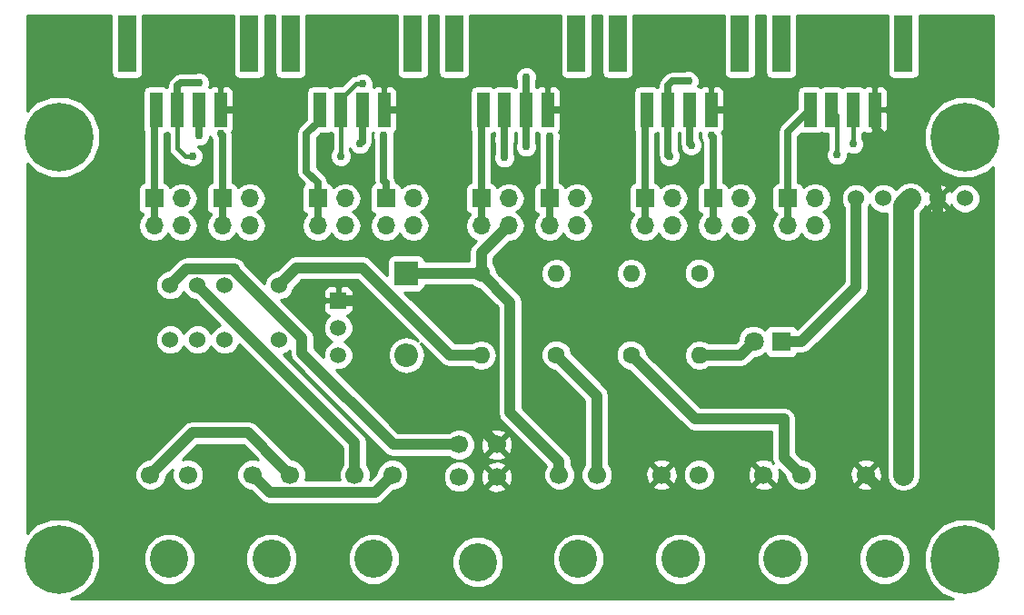
<source format=gtl>
G04 #@! TF.FileFunction,Copper,L1,Top,Signal*
%FSLAX46Y46*%
G04 Gerber Fmt 4.6, Leading zero omitted, Abs format (unit mm)*
G04 Created by KiCad (PCBNEW 4.0.6) date Saturday, February 10, 2018 'AMt' 10:41:33 AM*
%MOMM*%
%LPD*%
G01*
G04 APERTURE LIST*
%ADD10C,0.100000*%
%ADD11C,1.524000*%
%ADD12R,1.800000X1.800000*%
%ADD13C,1.800000*%
%ADD14R,2.200000X2.200000*%
%ADD15O,2.200000X2.200000*%
%ADD16R,1.206500X3.200400*%
%ADD17R,1.700022X5.299964*%
%ADD18R,1.700000X1.700000*%
%ADD19O,1.700000X1.700000*%
%ADD20C,1.600000*%
%ADD21O,1.600000X1.600000*%
%ADD22C,6.400000*%
%ADD23C,1.520000*%
%ADD24R,1.520000X1.520000*%
%ADD25C,1.700000*%
%ADD26C,3.556000*%
%ADD27C,0.762000*%
%ADD28C,1.016000*%
%ADD29C,0.635000*%
%ADD30C,0.381000*%
%ADD31C,1.905000*%
%ADD32C,0.254000*%
G04 APERTURE END LIST*
D10*
D11*
X127855000Y-49370000D03*
X122775000Y-49370000D03*
X120235000Y-49370000D03*
X117695000Y-49370000D03*
X117695000Y-54450000D03*
X120235000Y-54450000D03*
X122775000Y-54450000D03*
X127855000Y-54450000D03*
D12*
X174625000Y-54610000D03*
D13*
X172085000Y-54610000D03*
D14*
X139700000Y-48260000D03*
D15*
X139700000Y-55880000D03*
D16*
X122379994Y-33020000D03*
X120379998Y-33020000D03*
X118380002Y-33020000D03*
X116380006Y-33020000D03*
D17*
X125080014Y-26850340D03*
X113679986Y-26850340D03*
D16*
X137619994Y-33020000D03*
X135619998Y-33020000D03*
X133620002Y-33020000D03*
X131620006Y-33020000D03*
D17*
X140320014Y-26850340D03*
X128919986Y-26850340D03*
D16*
X152859994Y-33020000D03*
X150859998Y-33020000D03*
X148860002Y-33020000D03*
X146860006Y-33020000D03*
D17*
X155560014Y-26850340D03*
X144159986Y-26850340D03*
D16*
X168099994Y-33020000D03*
X166099998Y-33020000D03*
X164100002Y-33020000D03*
X162100006Y-33020000D03*
D17*
X170800014Y-26850340D03*
X159399986Y-26850340D03*
D16*
X183339994Y-33020000D03*
X181339998Y-33020000D03*
X179340002Y-33020000D03*
X177340006Y-33020000D03*
D17*
X186040014Y-26850340D03*
X174639986Y-26850340D03*
D18*
X116205000Y-41275000D03*
D19*
X118745000Y-41275000D03*
X116205000Y-43815000D03*
X118745000Y-43815000D03*
D18*
X131445000Y-41275000D03*
D19*
X133985000Y-41275000D03*
X131445000Y-43815000D03*
X133985000Y-43815000D03*
D18*
X146685000Y-41275000D03*
D19*
X149225000Y-41275000D03*
X146685000Y-43815000D03*
X149225000Y-43815000D03*
D18*
X161925000Y-41275000D03*
D19*
X164465000Y-41275000D03*
X161925000Y-43815000D03*
X164465000Y-43815000D03*
D18*
X175260000Y-41275000D03*
D19*
X177800000Y-41275000D03*
X175260000Y-43815000D03*
X177800000Y-43815000D03*
D18*
X122555000Y-41275000D03*
D19*
X125095000Y-41275000D03*
X122555000Y-43815000D03*
X125095000Y-43815000D03*
D18*
X137795000Y-41275000D03*
D19*
X140335000Y-41275000D03*
X137795000Y-43815000D03*
X140335000Y-43815000D03*
D18*
X153035000Y-41275000D03*
D19*
X155575000Y-41275000D03*
X153035000Y-43815000D03*
X155575000Y-43815000D03*
D18*
X168275000Y-41275000D03*
D19*
X170815000Y-41275000D03*
X168275000Y-43815000D03*
X170815000Y-43815000D03*
D20*
X167005000Y-48260000D03*
D21*
X167005000Y-55880000D03*
D20*
X146685000Y-48260000D03*
D21*
X146685000Y-55880000D03*
D20*
X160655000Y-55880000D03*
D21*
X160655000Y-48260000D03*
D20*
X153670000Y-55880000D03*
D21*
X153670000Y-48260000D03*
D11*
X191770000Y-41275000D03*
X189230000Y-41275000D03*
X186690000Y-41275000D03*
X184150000Y-41275000D03*
X181610000Y-41275000D03*
D22*
X107315000Y-35560000D03*
X191770000Y-35560000D03*
X107315000Y-74930000D03*
X191770000Y-74930000D03*
D23*
X133350000Y-53340000D03*
X133350000Y-55880000D03*
D24*
X133350000Y-50800000D03*
D25*
X153952000Y-67030000D03*
X157452000Y-67030000D03*
D26*
X155692000Y-74860000D03*
D25*
X173002000Y-67030000D03*
X176502000Y-67030000D03*
D26*
X174742000Y-74860000D03*
D25*
X115852000Y-67030000D03*
X119352000Y-67030000D03*
D26*
X117592000Y-74860000D03*
D25*
X125377000Y-67030000D03*
X128877000Y-67030000D03*
D26*
X127117000Y-74860000D03*
D25*
X134902000Y-67030000D03*
X138402000Y-67030000D03*
D26*
X136642000Y-74860000D03*
D25*
X163477000Y-67030000D03*
X166977000Y-67030000D03*
D26*
X165217000Y-74860000D03*
D25*
X182527000Y-67030000D03*
X186027000Y-67030000D03*
D26*
X184267000Y-74860000D03*
D25*
X148117000Y-64230000D03*
X144617000Y-67230000D03*
X148117000Y-67230000D03*
X144617000Y-64230000D03*
D26*
X146357000Y-75160000D03*
D27*
X186817010Y-38353990D03*
X169799000Y-38354002D03*
X139319000Y-38227000D03*
X124460000Y-38354006D03*
X169799000Y-33401000D03*
X154432000Y-33274000D03*
X154432000Y-38354000D03*
X139065000Y-33274000D03*
X150876000Y-29972000D03*
X135382006Y-36195000D03*
X120396000Y-35433000D03*
X150876000Y-36449000D03*
X166243000Y-36322000D03*
X181356000Y-36195000D03*
X148844000Y-35814000D03*
X148832924Y-37465011D03*
X133604000Y-37338000D03*
X164211000Y-37338000D03*
X119761000Y-37338000D03*
X135635996Y-30607000D03*
X165989000Y-30353000D03*
X179832000Y-37211000D03*
X120379998Y-30496002D03*
X122428000Y-35255214D03*
X137608881Y-35418370D03*
X153034579Y-35496490D03*
X168098889Y-35369490D03*
D28*
X187706000Y-70866000D02*
X189230000Y-69342000D01*
X189230000Y-69342000D02*
X189230000Y-41275000D01*
X186363000Y-70866000D02*
X187706000Y-70866000D01*
X182527000Y-67030000D02*
X186363000Y-70866000D01*
X189230000Y-41275000D02*
X189230000Y-40766980D01*
X189230000Y-40766980D02*
X186817010Y-38353990D01*
D29*
X183339994Y-33020000D02*
X183339994Y-34622994D01*
X183339994Y-34622994D02*
X188914370Y-40197370D01*
X188914370Y-40197370D02*
X189230000Y-40197370D01*
X189230000Y-40197370D02*
X189230000Y-41275000D01*
D28*
X133350000Y-50800000D02*
X135217762Y-50800000D01*
X135217762Y-50800000D02*
X135882001Y-51464239D01*
X135882001Y-51464239D02*
X135882001Y-58158001D01*
X135882001Y-58158001D02*
X142045001Y-58158001D01*
X142045001Y-58158001D02*
X148117000Y-64230000D01*
D29*
X169799000Y-34290000D02*
X169799000Y-38354002D01*
X122379994Y-33020000D02*
X123618244Y-33020000D01*
X124460000Y-33861756D02*
X124460000Y-37815191D01*
X123618244Y-33020000D02*
X124460000Y-33861756D01*
X124460000Y-37815191D02*
X124460000Y-38354006D01*
X139319000Y-37688185D02*
X139319000Y-38227000D01*
X139319000Y-33909000D02*
X139319000Y-37688185D01*
X139065000Y-33655000D02*
X139319000Y-33909000D01*
D30*
X169799000Y-33939815D02*
X169799000Y-33401000D01*
X169799000Y-34290000D02*
X169799000Y-33939815D01*
X154432000Y-33909000D02*
X154432000Y-33274000D01*
D29*
X169799000Y-33480756D02*
X169799000Y-34290000D01*
X154432000Y-33353756D02*
X154432000Y-33909000D01*
X154432000Y-33909000D02*
X154432000Y-38354000D01*
X152859994Y-33020000D02*
X154098244Y-33020000D01*
X154098244Y-33020000D02*
X154432000Y-33353756D01*
X168099994Y-33020000D02*
X169338244Y-33020000D01*
X169338244Y-33020000D02*
X169799000Y-33480756D01*
X139065000Y-33226756D02*
X139065000Y-33655000D01*
X139065000Y-33274000D02*
X139065000Y-33655000D01*
X137619994Y-33020000D02*
X138858244Y-33020000D01*
X138858244Y-33020000D02*
X139065000Y-33226756D01*
D28*
X135620398Y-47752000D02*
X129473000Y-47752000D01*
X129473000Y-47752000D02*
X127855000Y-49370000D01*
X146685000Y-55880000D02*
X143748398Y-55880000D01*
X143748398Y-55880000D02*
X135620398Y-47752000D01*
X134902000Y-67030000D02*
X134902000Y-64037000D01*
X134902000Y-64037000D02*
X130330000Y-59465000D01*
X130330000Y-59465000D02*
X120235000Y-49370000D01*
X117695000Y-49370000D02*
X119219001Y-47845999D01*
X123660999Y-48000477D02*
X129971800Y-54311278D01*
X129971800Y-54311278D02*
X129971800Y-55714900D01*
X119219001Y-47845999D02*
X123660999Y-47845999D01*
X123660999Y-47845999D02*
X123660999Y-48000477D01*
X129971800Y-55714900D02*
X138486900Y-64230000D01*
X138486900Y-64230000D02*
X144617000Y-64230000D01*
X174625000Y-54610000D02*
X176541000Y-54610000D01*
X176541000Y-54610000D02*
X181610000Y-49541000D01*
X181610000Y-49541000D02*
X181610000Y-42352630D01*
X181610000Y-42352630D02*
X181610000Y-41275000D01*
X167005000Y-55880000D02*
X170815000Y-55880000D01*
X170815000Y-55880000D02*
X172085000Y-54610000D01*
X153952000Y-67030000D02*
X153952000Y-65827919D01*
X153952000Y-65827919D02*
X149380000Y-61255919D01*
X149380000Y-61255919D02*
X149380000Y-50955000D01*
D31*
X186027000Y-67030000D02*
X186027000Y-41938000D01*
X186027000Y-41938000D02*
X186690000Y-41275000D01*
D28*
X146685000Y-48260000D02*
X139700000Y-48260000D01*
X146685000Y-48260000D02*
X146685000Y-46355000D01*
X146685000Y-46355000D02*
X149225000Y-43815000D01*
X149380000Y-50955000D02*
X146685000Y-48260000D01*
D29*
X150876000Y-29972000D02*
X150876000Y-33003998D01*
X150876000Y-33003998D02*
X150859998Y-33020000D01*
X135619998Y-35957008D02*
X135382006Y-36195000D01*
X135619998Y-33020000D02*
X135619998Y-35957008D01*
X120379998Y-35416998D02*
X120396000Y-35433000D01*
X120379998Y-33020000D02*
X120379998Y-35416998D01*
X150859998Y-33020000D02*
X150859998Y-36432998D01*
X150859998Y-36432998D02*
X150876000Y-36449000D01*
X166099998Y-36178998D02*
X166243000Y-36322000D01*
X166099998Y-33020000D02*
X166099998Y-36178998D01*
D30*
X181356000Y-35017202D02*
X181356000Y-36195000D01*
X181339998Y-33020000D02*
X181339998Y-35001200D01*
X181339998Y-35001200D02*
X181356000Y-35017202D01*
D29*
X148832924Y-35825076D02*
X148844000Y-35814000D01*
X148832924Y-37465011D02*
X148832924Y-35825076D01*
X148860002Y-35797998D02*
X148844000Y-35814000D01*
X148860002Y-33020000D02*
X148860002Y-35797998D01*
X148844000Y-35271202D02*
X148844000Y-35814000D01*
D30*
X133620002Y-37321998D02*
X133604000Y-37338000D01*
X133620002Y-33020000D02*
X133620002Y-37321998D01*
D29*
X164100002Y-37227002D02*
X164211000Y-37338000D01*
X164100002Y-33020000D02*
X164100002Y-37227002D01*
D30*
X118380002Y-33020000D02*
X118380002Y-36622817D01*
X119095185Y-37338000D02*
X119222185Y-37338000D01*
X118380002Y-36622817D02*
X119095185Y-37338000D01*
X119222185Y-37338000D02*
X119761000Y-37338000D01*
X135097181Y-30607000D02*
X135635996Y-30607000D01*
X135036052Y-30607000D02*
X135097181Y-30607000D01*
X133620002Y-32023050D02*
X135036052Y-30607000D01*
X133620002Y-33020000D02*
X133620002Y-32023050D01*
D29*
X164531802Y-30353000D02*
X165989000Y-30353000D01*
X164100002Y-33020000D02*
X164100002Y-30784800D01*
X164100002Y-30784800D02*
X164531802Y-30353000D01*
D30*
X179832000Y-37211000D02*
X179832000Y-33511998D01*
X179832000Y-33511998D02*
X179340002Y-33020000D01*
D29*
X120379998Y-30496002D02*
X118668800Y-30496002D01*
X118668800Y-30496002D02*
X118380002Y-30784800D01*
X118380002Y-30784800D02*
X118380002Y-33020000D01*
X116205000Y-41275000D02*
X116205000Y-43815000D01*
X116205000Y-41275000D02*
X116205000Y-33195006D01*
X116205000Y-33195006D02*
X116380006Y-33020000D01*
X131445000Y-41275000D02*
X131445000Y-39790000D01*
X131445000Y-39790000D02*
X130403600Y-38748600D01*
X130403600Y-38748600D02*
X130403600Y-35233356D01*
X130403600Y-35233356D02*
X131620006Y-34016950D01*
X131620006Y-34016950D02*
X131620006Y-33020000D01*
X131445000Y-41275000D02*
X131445000Y-43815000D01*
X146685000Y-41275000D02*
X146685000Y-43815000D01*
X146685000Y-41275000D02*
X146685000Y-33195006D01*
X146685000Y-33195006D02*
X146860006Y-33020000D01*
X161925000Y-41275000D02*
X161925000Y-43815000D01*
X161925000Y-41275000D02*
X161925000Y-33195006D01*
X161925000Y-33195006D02*
X162100006Y-33020000D01*
X176387504Y-33972502D02*
X177340006Y-33020000D01*
X175260000Y-35100006D02*
X176387504Y-33972502D01*
X175260000Y-41275000D02*
X175260000Y-35100006D01*
X175260000Y-41275000D02*
X175260000Y-43815000D01*
X122555000Y-41275000D02*
X122555000Y-35382214D01*
X122555000Y-35382214D02*
X122428000Y-35255214D01*
X122555000Y-41275000D02*
X122555000Y-43815000D01*
X137608881Y-35957185D02*
X137608881Y-35418370D01*
X137608881Y-39603881D02*
X137608881Y-35957185D01*
X137795000Y-39790000D02*
X137608881Y-39603881D01*
X137795000Y-41275000D02*
X137795000Y-39790000D01*
X153035000Y-35496911D02*
X153034579Y-35496490D01*
X153035000Y-41275000D02*
X153035000Y-35496911D01*
X153035000Y-41275000D02*
X153035000Y-43815000D01*
X168275000Y-35545601D02*
X168098889Y-35369490D01*
X168275000Y-41275000D02*
X168275000Y-35545601D01*
X168275000Y-41275000D02*
X168275000Y-43815000D01*
D28*
X125377000Y-67030000D02*
X126989001Y-68642001D01*
X126989001Y-68642001D02*
X136789999Y-68642001D01*
X136789999Y-68642001D02*
X137552001Y-67879999D01*
X137552001Y-67879999D02*
X138402000Y-67030000D01*
X115852000Y-67030000D02*
X119763000Y-63119000D01*
X119763000Y-63119000D02*
X124966000Y-63119000D01*
X124966000Y-63119000D02*
X128027001Y-66180001D01*
X128027001Y-66180001D02*
X128877000Y-67030000D01*
X174889999Y-61859999D02*
X166634999Y-61859999D01*
X166634999Y-61859999D02*
X160655000Y-55880000D01*
X176502000Y-67030000D02*
X174889999Y-65417999D01*
X174889999Y-65417999D02*
X174889999Y-61859999D01*
X160780000Y-55880000D02*
X160655000Y-55880000D01*
X157452000Y-67030000D02*
X157452000Y-59662000D01*
X157452000Y-59662000D02*
X153670000Y-55880000D01*
D32*
G36*
X112182535Y-29500322D02*
X112226813Y-29735639D01*
X112365885Y-29951763D01*
X112578085Y-30096753D01*
X112829975Y-30147762D01*
X114529997Y-30147762D01*
X114765314Y-30103484D01*
X114981438Y-29964412D01*
X115126428Y-29752212D01*
X115177437Y-29500322D01*
X115177437Y-24257000D01*
X123582563Y-24257000D01*
X123582563Y-29500322D01*
X123626841Y-29735639D01*
X123765913Y-29951763D01*
X123978113Y-30096753D01*
X124230003Y-30147762D01*
X125930025Y-30147762D01*
X126165342Y-30103484D01*
X126381466Y-29964412D01*
X126526456Y-29752212D01*
X126577465Y-29500322D01*
X126577465Y-24257000D01*
X127422535Y-24257000D01*
X127422535Y-29500322D01*
X127466813Y-29735639D01*
X127605885Y-29951763D01*
X127818085Y-30096753D01*
X128069975Y-30147762D01*
X129769997Y-30147762D01*
X130005314Y-30103484D01*
X130221438Y-29964412D01*
X130366428Y-29752212D01*
X130417437Y-29500322D01*
X130417437Y-24257000D01*
X138822563Y-24257000D01*
X138822563Y-29500322D01*
X138866841Y-29735639D01*
X139005913Y-29951763D01*
X139218113Y-30096753D01*
X139470003Y-30147762D01*
X141170025Y-30147762D01*
X141405342Y-30103484D01*
X141621466Y-29964412D01*
X141766456Y-29752212D01*
X141817465Y-29500322D01*
X141817465Y-24257000D01*
X142662535Y-24257000D01*
X142662535Y-29500322D01*
X142706813Y-29735639D01*
X142845885Y-29951763D01*
X143058085Y-30096753D01*
X143309975Y-30147762D01*
X145009997Y-30147762D01*
X145245314Y-30103484D01*
X145461438Y-29964412D01*
X145606428Y-29752212D01*
X145657437Y-29500322D01*
X145657437Y-24257000D01*
X154062563Y-24257000D01*
X154062563Y-29500322D01*
X154106841Y-29735639D01*
X154245913Y-29951763D01*
X154458113Y-30096753D01*
X154710003Y-30147762D01*
X156410025Y-30147762D01*
X156645342Y-30103484D01*
X156861466Y-29964412D01*
X157006456Y-29752212D01*
X157057465Y-29500322D01*
X157057465Y-24257000D01*
X157902535Y-24257000D01*
X157902535Y-29500322D01*
X157946813Y-29735639D01*
X158085885Y-29951763D01*
X158298085Y-30096753D01*
X158549975Y-30147762D01*
X160249997Y-30147762D01*
X160485314Y-30103484D01*
X160701438Y-29964412D01*
X160846428Y-29752212D01*
X160897437Y-29500322D01*
X160897437Y-24257000D01*
X169302563Y-24257000D01*
X169302563Y-29500322D01*
X169346841Y-29735639D01*
X169485913Y-29951763D01*
X169698113Y-30096753D01*
X169950003Y-30147762D01*
X171650025Y-30147762D01*
X171885342Y-30103484D01*
X172101466Y-29964412D01*
X172246456Y-29752212D01*
X172297465Y-29500322D01*
X172297465Y-24257000D01*
X173142535Y-24257000D01*
X173142535Y-29500322D01*
X173186813Y-29735639D01*
X173325885Y-29951763D01*
X173538085Y-30096753D01*
X173789975Y-30147762D01*
X175489997Y-30147762D01*
X175725314Y-30103484D01*
X175941438Y-29964412D01*
X176086428Y-29752212D01*
X176137437Y-29500322D01*
X176137437Y-24257000D01*
X184542563Y-24257000D01*
X184542563Y-29500322D01*
X184586841Y-29735639D01*
X184725913Y-29951763D01*
X184938113Y-30096753D01*
X185190003Y-30147762D01*
X186890025Y-30147762D01*
X187125342Y-30103484D01*
X187341466Y-29964412D01*
X187486456Y-29752212D01*
X187537465Y-29500322D01*
X187537465Y-24257000D01*
X194362000Y-24257000D01*
X194362000Y-32728280D01*
X193945189Y-32310741D01*
X192536175Y-31725667D01*
X191010518Y-31724336D01*
X189600485Y-32306950D01*
X188520741Y-33384811D01*
X187935667Y-34793825D01*
X187934336Y-36319482D01*
X188516950Y-37729515D01*
X189594811Y-38809259D01*
X191003825Y-39394333D01*
X192529482Y-39395664D01*
X193939515Y-38813050D01*
X194362000Y-38391302D01*
X194362000Y-72098280D01*
X193945189Y-71680741D01*
X192536175Y-71095667D01*
X191010518Y-71094336D01*
X189600485Y-71676950D01*
X188520741Y-72754811D01*
X187935667Y-74163825D01*
X187934336Y-75689482D01*
X188516950Y-77099515D01*
X189594811Y-78179259D01*
X190639375Y-78613000D01*
X108443957Y-78613000D01*
X109484515Y-78183050D01*
X110564259Y-77105189D01*
X111149333Y-75696175D01*
X111149645Y-75337870D01*
X115178583Y-75337870D01*
X115545166Y-76225069D01*
X116223361Y-76904449D01*
X117109919Y-77272580D01*
X118069870Y-77273417D01*
X118957069Y-76906834D01*
X119636449Y-76228639D01*
X120004580Y-75342081D01*
X120004583Y-75337870D01*
X124703583Y-75337870D01*
X125070166Y-76225069D01*
X125748361Y-76904449D01*
X126634919Y-77272580D01*
X127594870Y-77273417D01*
X128482069Y-76906834D01*
X129161449Y-76228639D01*
X129529580Y-75342081D01*
X129529583Y-75337870D01*
X134228583Y-75337870D01*
X134595166Y-76225069D01*
X135273361Y-76904449D01*
X136159919Y-77272580D01*
X137119870Y-77273417D01*
X138007069Y-76906834D01*
X138686449Y-76228639D01*
X138931757Y-75637870D01*
X143943583Y-75637870D01*
X144310166Y-76525069D01*
X144988361Y-77204449D01*
X145874919Y-77572580D01*
X146834870Y-77573417D01*
X147722069Y-77206834D01*
X148401449Y-76528639D01*
X148769580Y-75642081D01*
X148769845Y-75337870D01*
X153278583Y-75337870D01*
X153645166Y-76225069D01*
X154323361Y-76904449D01*
X155209919Y-77272580D01*
X156169870Y-77273417D01*
X157057069Y-76906834D01*
X157736449Y-76228639D01*
X158104580Y-75342081D01*
X158104583Y-75337870D01*
X162803583Y-75337870D01*
X163170166Y-76225069D01*
X163848361Y-76904449D01*
X164734919Y-77272580D01*
X165694870Y-77273417D01*
X166582069Y-76906834D01*
X167261449Y-76228639D01*
X167629580Y-75342081D01*
X167629583Y-75337870D01*
X172328583Y-75337870D01*
X172695166Y-76225069D01*
X173373361Y-76904449D01*
X174259919Y-77272580D01*
X175219870Y-77273417D01*
X176107069Y-76906834D01*
X176786449Y-76228639D01*
X177154580Y-75342081D01*
X177154583Y-75337870D01*
X181853583Y-75337870D01*
X182220166Y-76225069D01*
X182898361Y-76904449D01*
X183784919Y-77272580D01*
X184744870Y-77273417D01*
X185632069Y-76906834D01*
X186311449Y-76228639D01*
X186679580Y-75342081D01*
X186680417Y-74382130D01*
X186313834Y-73494931D01*
X185635639Y-72815551D01*
X184749081Y-72447420D01*
X183789130Y-72446583D01*
X182901931Y-72813166D01*
X182222551Y-73491361D01*
X181854420Y-74377919D01*
X181853583Y-75337870D01*
X177154583Y-75337870D01*
X177155417Y-74382130D01*
X176788834Y-73494931D01*
X176110639Y-72815551D01*
X175224081Y-72447420D01*
X174264130Y-72446583D01*
X173376931Y-72813166D01*
X172697551Y-73491361D01*
X172329420Y-74377919D01*
X172328583Y-75337870D01*
X167629583Y-75337870D01*
X167630417Y-74382130D01*
X167263834Y-73494931D01*
X166585639Y-72815551D01*
X165699081Y-72447420D01*
X164739130Y-72446583D01*
X163851931Y-72813166D01*
X163172551Y-73491361D01*
X162804420Y-74377919D01*
X162803583Y-75337870D01*
X158104583Y-75337870D01*
X158105417Y-74382130D01*
X157738834Y-73494931D01*
X157060639Y-72815551D01*
X156174081Y-72447420D01*
X155214130Y-72446583D01*
X154326931Y-72813166D01*
X153647551Y-73491361D01*
X153279420Y-74377919D01*
X153278583Y-75337870D01*
X148769845Y-75337870D01*
X148770417Y-74682130D01*
X148403834Y-73794931D01*
X147725639Y-73115551D01*
X146839081Y-72747420D01*
X145879130Y-72746583D01*
X144991931Y-73113166D01*
X144312551Y-73791361D01*
X143944420Y-74677919D01*
X143943583Y-75637870D01*
X138931757Y-75637870D01*
X139054580Y-75342081D01*
X139055417Y-74382130D01*
X138688834Y-73494931D01*
X138010639Y-72815551D01*
X137124081Y-72447420D01*
X136164130Y-72446583D01*
X135276931Y-72813166D01*
X134597551Y-73491361D01*
X134229420Y-74377919D01*
X134228583Y-75337870D01*
X129529583Y-75337870D01*
X129530417Y-74382130D01*
X129163834Y-73494931D01*
X128485639Y-72815551D01*
X127599081Y-72447420D01*
X126639130Y-72446583D01*
X125751931Y-72813166D01*
X125072551Y-73491361D01*
X124704420Y-74377919D01*
X124703583Y-75337870D01*
X120004583Y-75337870D01*
X120005417Y-74382130D01*
X119638834Y-73494931D01*
X118960639Y-72815551D01*
X118074081Y-72447420D01*
X117114130Y-72446583D01*
X116226931Y-72813166D01*
X115547551Y-73491361D01*
X115179420Y-74377919D01*
X115178583Y-75337870D01*
X111149645Y-75337870D01*
X111150664Y-74170518D01*
X110568050Y-72760485D01*
X109490189Y-71680741D01*
X108081175Y-71095667D01*
X106555518Y-71094336D01*
X105145485Y-71676950D01*
X104342000Y-72479034D01*
X104342000Y-67324089D01*
X114366743Y-67324089D01*
X114592344Y-67870086D01*
X115009717Y-68288188D01*
X115555319Y-68514742D01*
X116146089Y-68515257D01*
X116692086Y-68289656D01*
X117110188Y-67872283D01*
X117336742Y-67326681D01*
X117336886Y-67161560D01*
X117939781Y-66558665D01*
X117867258Y-66733319D01*
X117866743Y-67324089D01*
X118092344Y-67870086D01*
X118509717Y-68288188D01*
X119055319Y-68514742D01*
X119646089Y-68515257D01*
X120192086Y-68289656D01*
X120610188Y-67872283D01*
X120836742Y-67326681D01*
X120837257Y-66735911D01*
X120611656Y-66189914D01*
X120194283Y-65771812D01*
X119648681Y-65545258D01*
X119057911Y-65544743D01*
X118880327Y-65618119D01*
X120236446Y-64262000D01*
X124492554Y-64262000D01*
X125848335Y-65617781D01*
X125673681Y-65545258D01*
X125082911Y-65544743D01*
X124536914Y-65770344D01*
X124118812Y-66187717D01*
X123892258Y-66733319D01*
X123891743Y-67324089D01*
X124117344Y-67870086D01*
X124534717Y-68288188D01*
X125080319Y-68514742D01*
X125245440Y-68514886D01*
X126180778Y-69450224D01*
X126551594Y-69697995D01*
X126989001Y-69785001D01*
X136789999Y-69785001D01*
X137227406Y-69697995D01*
X137598222Y-69450224D01*
X138533331Y-68515115D01*
X138696089Y-68515257D01*
X139242086Y-68289656D01*
X139660188Y-67872283D01*
X139804770Y-67524089D01*
X143131743Y-67524089D01*
X143357344Y-68070086D01*
X143774717Y-68488188D01*
X144320319Y-68714742D01*
X144911089Y-68715257D01*
X145457086Y-68489656D01*
X145673160Y-68273958D01*
X147252647Y-68273958D01*
X147332920Y-68525259D01*
X147888279Y-68726718D01*
X148478458Y-68700315D01*
X148901080Y-68525259D01*
X148981353Y-68273958D01*
X148117000Y-67409605D01*
X147252647Y-68273958D01*
X145673160Y-68273958D01*
X145875188Y-68072283D01*
X146101742Y-67526681D01*
X146102200Y-67001279D01*
X146620282Y-67001279D01*
X146646685Y-67591458D01*
X146821741Y-68014080D01*
X147073042Y-68094353D01*
X147937395Y-67230000D01*
X148296605Y-67230000D01*
X149160958Y-68094353D01*
X149412259Y-68014080D01*
X149613718Y-67458721D01*
X149587315Y-66868542D01*
X149412259Y-66445920D01*
X149160958Y-66365647D01*
X148296605Y-67230000D01*
X147937395Y-67230000D01*
X147073042Y-66365647D01*
X146821741Y-66445920D01*
X146620282Y-67001279D01*
X146102200Y-67001279D01*
X146102257Y-66935911D01*
X145876656Y-66389914D01*
X145673140Y-66186042D01*
X147252647Y-66186042D01*
X148117000Y-67050395D01*
X148981353Y-66186042D01*
X148901080Y-65934741D01*
X148345721Y-65733282D01*
X147755542Y-65759685D01*
X147332920Y-65934741D01*
X147252647Y-66186042D01*
X145673140Y-66186042D01*
X145459283Y-65971812D01*
X144913681Y-65745258D01*
X144322911Y-65744743D01*
X143776914Y-65970344D01*
X143358812Y-66387717D01*
X143132258Y-66933319D01*
X143131743Y-67524089D01*
X139804770Y-67524089D01*
X139886742Y-67326681D01*
X139887257Y-66735911D01*
X139661656Y-66189914D01*
X139244283Y-65771812D01*
X138698681Y-65545258D01*
X138107911Y-65544743D01*
X137561914Y-65770344D01*
X137143812Y-66187717D01*
X136917258Y-66733319D01*
X136917114Y-66898440D01*
X136316553Y-67499001D01*
X136315188Y-67499001D01*
X136386742Y-67326681D01*
X136387257Y-66735911D01*
X136161656Y-66189914D01*
X136045000Y-66073054D01*
X136045000Y-64037000D01*
X135957994Y-63599593D01*
X135710223Y-63228777D01*
X128271081Y-55789635D01*
X128645303Y-55635010D01*
X128828800Y-55451833D01*
X128828800Y-55714900D01*
X128915806Y-56152307D01*
X129163577Y-56523123D01*
X137678677Y-65038223D01*
X138049493Y-65285994D01*
X138486900Y-65373000D01*
X143659730Y-65373000D01*
X143774717Y-65488188D01*
X144320319Y-65714742D01*
X144911089Y-65715257D01*
X145457086Y-65489656D01*
X145673160Y-65273958D01*
X147252647Y-65273958D01*
X147332920Y-65525259D01*
X147888279Y-65726718D01*
X148478458Y-65700315D01*
X148901080Y-65525259D01*
X148981353Y-65273958D01*
X148117000Y-64409605D01*
X147252647Y-65273958D01*
X145673160Y-65273958D01*
X145875188Y-65072283D01*
X146101742Y-64526681D01*
X146102200Y-64001279D01*
X146620282Y-64001279D01*
X146646685Y-64591458D01*
X146821741Y-65014080D01*
X147073042Y-65094353D01*
X147937395Y-64230000D01*
X148296605Y-64230000D01*
X149160958Y-65094353D01*
X149412259Y-65014080D01*
X149613718Y-64458721D01*
X149587315Y-63868542D01*
X149412259Y-63445920D01*
X149160958Y-63365647D01*
X148296605Y-64230000D01*
X147937395Y-64230000D01*
X147073042Y-63365647D01*
X146821741Y-63445920D01*
X146620282Y-64001279D01*
X146102200Y-64001279D01*
X146102257Y-63935911D01*
X145876656Y-63389914D01*
X145673140Y-63186042D01*
X147252647Y-63186042D01*
X148117000Y-64050395D01*
X148981353Y-63186042D01*
X148901080Y-62934741D01*
X148345721Y-62733282D01*
X147755542Y-62759685D01*
X147332920Y-62934741D01*
X147252647Y-63186042D01*
X145673140Y-63186042D01*
X145459283Y-62971812D01*
X144913681Y-62745258D01*
X144322911Y-62744743D01*
X143776914Y-62970344D01*
X143660054Y-63087000D01*
X138960346Y-63087000D01*
X133148171Y-57274825D01*
X133626265Y-57275242D01*
X134139172Y-57063313D01*
X134531934Y-56671236D01*
X134744758Y-56158700D01*
X134745242Y-55603735D01*
X134533313Y-55090828D01*
X134141236Y-54698066D01*
X133929262Y-54610046D01*
X134139172Y-54523313D01*
X134531934Y-54131236D01*
X134744758Y-53618700D01*
X134745242Y-53063735D01*
X134533313Y-52550828D01*
X134178106Y-52195000D01*
X134236309Y-52195000D01*
X134469698Y-52098327D01*
X134648327Y-51919699D01*
X134745000Y-51686310D01*
X134745000Y-51085750D01*
X134586250Y-50927000D01*
X133477000Y-50927000D01*
X133477000Y-50947000D01*
X133223000Y-50947000D01*
X133223000Y-50927000D01*
X132113750Y-50927000D01*
X131955000Y-51085750D01*
X131955000Y-51686310D01*
X132051673Y-51919699D01*
X132230302Y-52098327D01*
X132463691Y-52195000D01*
X132522448Y-52195000D01*
X132168066Y-52548764D01*
X131955242Y-53061300D01*
X131954758Y-53616265D01*
X132166687Y-54129172D01*
X132558764Y-54521934D01*
X132770738Y-54609954D01*
X132560828Y-54696687D01*
X132168066Y-55088764D01*
X131955242Y-55601300D01*
X131954823Y-56081477D01*
X131114800Y-55241454D01*
X131114800Y-54311278D01*
X131027794Y-53873871D01*
X130780023Y-53503055D01*
X128044134Y-50767166D01*
X128131661Y-50767242D01*
X128645303Y-50555010D01*
X129038629Y-50162370D01*
X129141889Y-49913690D01*
X131955000Y-49913690D01*
X131955000Y-50514250D01*
X132113750Y-50673000D01*
X133223000Y-50673000D01*
X133223000Y-49563750D01*
X133477000Y-49563750D01*
X133477000Y-50673000D01*
X134586250Y-50673000D01*
X134745000Y-50514250D01*
X134745000Y-49913690D01*
X134648327Y-49680301D01*
X134469698Y-49501673D01*
X134236309Y-49405000D01*
X133635750Y-49405000D01*
X133477000Y-49563750D01*
X133223000Y-49563750D01*
X133064250Y-49405000D01*
X132463691Y-49405000D01*
X132230302Y-49501673D01*
X132051673Y-49680301D01*
X131955000Y-49913690D01*
X129141889Y-49913690D01*
X129251757Y-49649100D01*
X129251809Y-49589637D01*
X129946446Y-48895000D01*
X135146952Y-48895000D01*
X140758971Y-54507019D01*
X140363956Y-54243078D01*
X139700000Y-54111009D01*
X139036044Y-54243078D01*
X138473170Y-54619179D01*
X138097069Y-55182053D01*
X137965000Y-55846009D01*
X137965000Y-55913991D01*
X138097069Y-56577947D01*
X138473170Y-57140821D01*
X139036044Y-57516922D01*
X139700000Y-57648991D01*
X140363956Y-57516922D01*
X140926830Y-57140821D01*
X141302931Y-56577947D01*
X141435000Y-55913991D01*
X141435000Y-55846009D01*
X141302931Y-55182053D01*
X141038990Y-54787038D01*
X142940175Y-56688223D01*
X143310991Y-56935994D01*
X143748398Y-57023000D01*
X145820245Y-57023000D01*
X146135849Y-57233880D01*
X146685000Y-57343113D01*
X147234151Y-57233880D01*
X147699698Y-56922811D01*
X148010767Y-56457264D01*
X148120000Y-55908113D01*
X148120000Y-55851887D01*
X148010767Y-55302736D01*
X147699698Y-54837189D01*
X147234151Y-54526120D01*
X146685000Y-54416887D01*
X146135849Y-54526120D01*
X145820245Y-54737000D01*
X144221844Y-54737000D01*
X139492284Y-50007440D01*
X140800000Y-50007440D01*
X141035317Y-49963162D01*
X141251441Y-49824090D01*
X141396431Y-49611890D01*
X141438732Y-49403000D01*
X145798380Y-49403000D01*
X145871077Y-49475824D01*
X146398309Y-49694750D01*
X146503396Y-49694842D01*
X148237000Y-51428446D01*
X148237000Y-61255919D01*
X148324006Y-61693326D01*
X148571777Y-62064142D01*
X152694583Y-66186948D01*
X152693812Y-66187717D01*
X152467258Y-66733319D01*
X152466743Y-67324089D01*
X152692344Y-67870086D01*
X153109717Y-68288188D01*
X153655319Y-68514742D01*
X154246089Y-68515257D01*
X154792086Y-68289656D01*
X155210188Y-67872283D01*
X155436742Y-67326681D01*
X155437257Y-66735911D01*
X155211656Y-66189914D01*
X155095000Y-66073054D01*
X155095000Y-65827919D01*
X155007994Y-65390512D01*
X154760223Y-65019696D01*
X150523000Y-60782473D01*
X150523000Y-56164187D01*
X152234752Y-56164187D01*
X152452757Y-56691800D01*
X152856077Y-57095824D01*
X153383309Y-57314750D01*
X153488396Y-57314842D01*
X156309000Y-60135446D01*
X156309000Y-66072730D01*
X156193812Y-66187717D01*
X155967258Y-66733319D01*
X155966743Y-67324089D01*
X156192344Y-67870086D01*
X156609717Y-68288188D01*
X157155319Y-68514742D01*
X157746089Y-68515257D01*
X158292086Y-68289656D01*
X158508160Y-68073958D01*
X162612647Y-68073958D01*
X162692920Y-68325259D01*
X163248279Y-68526718D01*
X163838458Y-68500315D01*
X164261080Y-68325259D01*
X164341353Y-68073958D01*
X163477000Y-67209605D01*
X162612647Y-68073958D01*
X158508160Y-68073958D01*
X158710188Y-67872283D01*
X158936742Y-67326681D01*
X158937200Y-66801279D01*
X161980282Y-66801279D01*
X162006685Y-67391458D01*
X162181741Y-67814080D01*
X162433042Y-67894353D01*
X163297395Y-67030000D01*
X163656605Y-67030000D01*
X164520958Y-67894353D01*
X164772259Y-67814080D01*
X164950005Y-67324089D01*
X165491743Y-67324089D01*
X165717344Y-67870086D01*
X166134717Y-68288188D01*
X166680319Y-68514742D01*
X167271089Y-68515257D01*
X167817086Y-68289656D01*
X168033160Y-68073958D01*
X172137647Y-68073958D01*
X172217920Y-68325259D01*
X172773279Y-68526718D01*
X173363458Y-68500315D01*
X173786080Y-68325259D01*
X173866353Y-68073958D01*
X173002000Y-67209605D01*
X172137647Y-68073958D01*
X168033160Y-68073958D01*
X168235188Y-67872283D01*
X168461742Y-67326681D01*
X168462200Y-66801279D01*
X171505282Y-66801279D01*
X171531685Y-67391458D01*
X171706741Y-67814080D01*
X171958042Y-67894353D01*
X172822395Y-67030000D01*
X171958042Y-66165647D01*
X171706741Y-66245920D01*
X171505282Y-66801279D01*
X168462200Y-66801279D01*
X168462257Y-66735911D01*
X168236656Y-66189914D01*
X167819283Y-65771812D01*
X167273681Y-65545258D01*
X166682911Y-65544743D01*
X166136914Y-65770344D01*
X165718812Y-66187717D01*
X165492258Y-66733319D01*
X165491743Y-67324089D01*
X164950005Y-67324089D01*
X164973718Y-67258721D01*
X164947315Y-66668542D01*
X164772259Y-66245920D01*
X164520958Y-66165647D01*
X163656605Y-67030000D01*
X163297395Y-67030000D01*
X162433042Y-66165647D01*
X162181741Y-66245920D01*
X161980282Y-66801279D01*
X158937200Y-66801279D01*
X158937257Y-66735911D01*
X158711656Y-66189914D01*
X158595000Y-66073054D01*
X158595000Y-65986042D01*
X162612647Y-65986042D01*
X163477000Y-66850395D01*
X164341353Y-65986042D01*
X164261080Y-65734741D01*
X163705721Y-65533282D01*
X163115542Y-65559685D01*
X162692920Y-65734741D01*
X162612647Y-65986042D01*
X158595000Y-65986042D01*
X158595000Y-59662000D01*
X158507994Y-59224593D01*
X158260223Y-58853777D01*
X155570633Y-56164187D01*
X159219752Y-56164187D01*
X159437757Y-56691800D01*
X159841077Y-57095824D01*
X160368309Y-57314750D01*
X160473396Y-57314842D01*
X165826776Y-62668222D01*
X166197592Y-62915993D01*
X166634999Y-63002999D01*
X173746999Y-63002999D01*
X173746999Y-65417999D01*
X173834005Y-65855406D01*
X173899286Y-65953106D01*
X173866352Y-65986040D01*
X173786080Y-65734741D01*
X173230721Y-65533282D01*
X172640542Y-65559685D01*
X172217920Y-65734741D01*
X172137647Y-65986042D01*
X173002000Y-66850395D01*
X173016143Y-66836253D01*
X173195748Y-67015858D01*
X173181605Y-67030000D01*
X174045958Y-67894353D01*
X174297259Y-67814080D01*
X174498718Y-67258721D01*
X174472315Y-66668542D01*
X174435700Y-66580146D01*
X175016885Y-67161331D01*
X175016743Y-67324089D01*
X175242344Y-67870086D01*
X175659717Y-68288188D01*
X176205319Y-68514742D01*
X176796089Y-68515257D01*
X177342086Y-68289656D01*
X177558160Y-68073958D01*
X181662647Y-68073958D01*
X181742920Y-68325259D01*
X182298279Y-68526718D01*
X182888458Y-68500315D01*
X183311080Y-68325259D01*
X183391353Y-68073958D01*
X182527000Y-67209605D01*
X181662647Y-68073958D01*
X177558160Y-68073958D01*
X177760188Y-67872283D01*
X177986742Y-67326681D01*
X177987200Y-66801279D01*
X181030282Y-66801279D01*
X181056685Y-67391458D01*
X181231741Y-67814080D01*
X181483042Y-67894353D01*
X182347395Y-67030000D01*
X182706605Y-67030000D01*
X183570958Y-67894353D01*
X183822259Y-67814080D01*
X184023718Y-67258721D01*
X183997315Y-66668542D01*
X183822259Y-66245920D01*
X183570958Y-66165647D01*
X182706605Y-67030000D01*
X182347395Y-67030000D01*
X181483042Y-66165647D01*
X181231741Y-66245920D01*
X181030282Y-66801279D01*
X177987200Y-66801279D01*
X177987257Y-66735911D01*
X177761656Y-66189914D01*
X177558140Y-65986042D01*
X181662647Y-65986042D01*
X182527000Y-66850395D01*
X183391353Y-65986042D01*
X183311080Y-65734741D01*
X182755721Y-65533282D01*
X182165542Y-65559685D01*
X181742920Y-65734741D01*
X181662647Y-65986042D01*
X177558140Y-65986042D01*
X177344283Y-65771812D01*
X176798681Y-65545258D01*
X176633560Y-65545114D01*
X176032999Y-64944553D01*
X176032999Y-61859999D01*
X175945993Y-61422592D01*
X175698222Y-61051776D01*
X175327406Y-60804005D01*
X174889999Y-60716999D01*
X167108445Y-60716999D01*
X162243333Y-55851887D01*
X165570000Y-55851887D01*
X165570000Y-55908113D01*
X165679233Y-56457264D01*
X165990302Y-56922811D01*
X166455849Y-57233880D01*
X167005000Y-57343113D01*
X167554151Y-57233880D01*
X167869755Y-57023000D01*
X170815000Y-57023000D01*
X171252407Y-56935994D01*
X171623223Y-56688223D01*
X172166375Y-56145071D01*
X172388991Y-56145265D01*
X172953371Y-55912068D01*
X173121613Y-55744120D01*
X173121838Y-55745317D01*
X173260910Y-55961441D01*
X173473110Y-56106431D01*
X173725000Y-56157440D01*
X175525000Y-56157440D01*
X175760317Y-56113162D01*
X175976441Y-55974090D01*
X176121431Y-55761890D01*
X176123231Y-55753000D01*
X176541000Y-55753000D01*
X176978407Y-55665994D01*
X177349223Y-55418223D01*
X182418223Y-50349223D01*
X182665994Y-49978407D01*
X182753000Y-49541000D01*
X182753000Y-42107928D01*
X182793629Y-42067370D01*
X182879949Y-41859488D01*
X182964990Y-42065303D01*
X183357630Y-42458629D01*
X183870900Y-42671757D01*
X184426661Y-42672242D01*
X184439500Y-42666937D01*
X184439500Y-67030000D01*
X184560341Y-67637510D01*
X184904468Y-68152532D01*
X185419490Y-68496659D01*
X186027000Y-68617500D01*
X186634510Y-68496659D01*
X187149532Y-68152532D01*
X187493659Y-67637510D01*
X187614500Y-67030000D01*
X187614500Y-42595564D01*
X187812532Y-42397532D01*
X187907626Y-42255213D01*
X188429392Y-42255213D01*
X188498857Y-42497397D01*
X189022302Y-42684144D01*
X189577368Y-42656362D01*
X189961143Y-42497397D01*
X190030608Y-42255213D01*
X189230000Y-41454605D01*
X188429392Y-42255213D01*
X187907626Y-42255213D01*
X188063363Y-42022137D01*
X188249787Y-42075608D01*
X189050395Y-41275000D01*
X189409605Y-41275000D01*
X190210213Y-42075608D01*
X190452397Y-42006143D01*
X190502509Y-41865682D01*
X190584990Y-42065303D01*
X190977630Y-42458629D01*
X191490900Y-42671757D01*
X192046661Y-42672242D01*
X192560303Y-42460010D01*
X192953629Y-42067370D01*
X193166757Y-41554100D01*
X193167242Y-40998339D01*
X192955010Y-40484697D01*
X192562370Y-40091371D01*
X192049100Y-39878243D01*
X191493339Y-39877758D01*
X190979697Y-40089990D01*
X190586371Y-40482630D01*
X190506605Y-40674727D01*
X190452397Y-40543857D01*
X190210213Y-40474392D01*
X189409605Y-41275000D01*
X189050395Y-41275000D01*
X188249787Y-40474392D01*
X188063363Y-40527863D01*
X187907627Y-40294787D01*
X188429392Y-40294787D01*
X189230000Y-41095395D01*
X190030608Y-40294787D01*
X189961143Y-40052603D01*
X189437698Y-39865856D01*
X188882632Y-39893638D01*
X188498857Y-40052603D01*
X188429392Y-40294787D01*
X187907627Y-40294787D01*
X187812532Y-40152468D01*
X187297510Y-39808341D01*
X186690000Y-39687500D01*
X186082490Y-39808341D01*
X185567468Y-40152468D01*
X185285168Y-40434768D01*
X184942370Y-40091371D01*
X184429100Y-39878243D01*
X183873339Y-39877758D01*
X183359697Y-40089990D01*
X182966371Y-40482630D01*
X182880051Y-40690512D01*
X182795010Y-40484697D01*
X182402370Y-40091371D01*
X181889100Y-39878243D01*
X181333339Y-39877758D01*
X180819697Y-40089990D01*
X180426371Y-40482630D01*
X180213243Y-40995900D01*
X180212758Y-41551661D01*
X180424990Y-42065303D01*
X180467000Y-42107386D01*
X180467000Y-49067554D01*
X176101424Y-53433130D01*
X175989090Y-53258559D01*
X175776890Y-53113569D01*
X175525000Y-53062560D01*
X173725000Y-53062560D01*
X173489683Y-53106838D01*
X173273559Y-53245910D01*
X173128569Y-53458110D01*
X173124433Y-53478534D01*
X172955643Y-53309449D01*
X172391670Y-53075267D01*
X171781009Y-53074735D01*
X171216629Y-53307932D01*
X170784449Y-53739357D01*
X170550267Y-54303330D01*
X170550071Y-54528483D01*
X170341554Y-54737000D01*
X167869755Y-54737000D01*
X167554151Y-54526120D01*
X167005000Y-54416887D01*
X166455849Y-54526120D01*
X165990302Y-54837189D01*
X165679233Y-55302736D01*
X165570000Y-55851887D01*
X162243333Y-55851887D01*
X162090158Y-55698712D01*
X162090248Y-55595813D01*
X161872243Y-55068200D01*
X161468923Y-54664176D01*
X160941691Y-54445250D01*
X160370813Y-54444752D01*
X159843200Y-54662757D01*
X159439176Y-55066077D01*
X159220250Y-55593309D01*
X159219752Y-56164187D01*
X155570633Y-56164187D01*
X155105158Y-55698712D01*
X155105248Y-55595813D01*
X154887243Y-55068200D01*
X154483923Y-54664176D01*
X153956691Y-54445250D01*
X153385813Y-54444752D01*
X152858200Y-54662757D01*
X152454176Y-55066077D01*
X152235250Y-55593309D01*
X152234752Y-56164187D01*
X150523000Y-56164187D01*
X150523000Y-50955000D01*
X150435994Y-50517593D01*
X150188223Y-50146777D01*
X148273333Y-48231887D01*
X152235000Y-48231887D01*
X152235000Y-48288113D01*
X152344233Y-48837264D01*
X152655302Y-49302811D01*
X153120849Y-49613880D01*
X153670000Y-49723113D01*
X154219151Y-49613880D01*
X154684698Y-49302811D01*
X154995767Y-48837264D01*
X155105000Y-48288113D01*
X155105000Y-48231887D01*
X159220000Y-48231887D01*
X159220000Y-48288113D01*
X159329233Y-48837264D01*
X159640302Y-49302811D01*
X160105849Y-49613880D01*
X160655000Y-49723113D01*
X161204151Y-49613880D01*
X161669698Y-49302811D01*
X161980767Y-48837264D01*
X162039063Y-48544187D01*
X165569752Y-48544187D01*
X165787757Y-49071800D01*
X166191077Y-49475824D01*
X166718309Y-49694750D01*
X167289187Y-49695248D01*
X167816800Y-49477243D01*
X168220824Y-49073923D01*
X168439750Y-48546691D01*
X168440248Y-47975813D01*
X168222243Y-47448200D01*
X167818923Y-47044176D01*
X167291691Y-46825250D01*
X166720813Y-46824752D01*
X166193200Y-47042757D01*
X165789176Y-47446077D01*
X165570250Y-47973309D01*
X165569752Y-48544187D01*
X162039063Y-48544187D01*
X162090000Y-48288113D01*
X162090000Y-48231887D01*
X161980767Y-47682736D01*
X161669698Y-47217189D01*
X161204151Y-46906120D01*
X160655000Y-46796887D01*
X160105849Y-46906120D01*
X159640302Y-47217189D01*
X159329233Y-47682736D01*
X159220000Y-48231887D01*
X155105000Y-48231887D01*
X154995767Y-47682736D01*
X154684698Y-47217189D01*
X154219151Y-46906120D01*
X153670000Y-46796887D01*
X153120849Y-46906120D01*
X152655302Y-47217189D01*
X152344233Y-47682736D01*
X152235000Y-48231887D01*
X148273333Y-48231887D01*
X148120158Y-48078712D01*
X148120248Y-47975813D01*
X147902243Y-47448200D01*
X147828000Y-47373827D01*
X147828000Y-46828446D01*
X149381861Y-45274585D01*
X149822378Y-45186961D01*
X150304147Y-44865054D01*
X150626054Y-44383285D01*
X150739093Y-43815000D01*
X150626054Y-43246715D01*
X150304147Y-42764946D01*
X149974974Y-42545000D01*
X150304147Y-42325054D01*
X150626054Y-41843285D01*
X150739093Y-41275000D01*
X150626054Y-40706715D01*
X150304147Y-40224946D01*
X149822378Y-39903039D01*
X149254093Y-39790000D01*
X149195907Y-39790000D01*
X148627622Y-39903039D01*
X148145853Y-40224946D01*
X148145029Y-40226179D01*
X148138162Y-40189683D01*
X147999090Y-39973559D01*
X147786890Y-39828569D01*
X147637500Y-39798317D01*
X147637500Y-35234854D01*
X147698573Y-35223362D01*
X147861383Y-35118596D01*
X147907502Y-35150108D01*
X147907502Y-35190755D01*
X147891500Y-35271202D01*
X147891500Y-35458518D01*
X147828176Y-35611018D01*
X147827824Y-36015208D01*
X147880424Y-36142510D01*
X147880424Y-37109529D01*
X147817100Y-37262029D01*
X147816748Y-37666219D01*
X147971099Y-38039777D01*
X148256655Y-38325832D01*
X148629942Y-38480835D01*
X149034132Y-38481187D01*
X149407690Y-38326836D01*
X149693745Y-38041280D01*
X149848748Y-37667993D01*
X149849100Y-37263803D01*
X149785424Y-37109695D01*
X149785424Y-36196156D01*
X149859824Y-36016982D01*
X149860176Y-35612792D01*
X149812502Y-35497412D01*
X149812502Y-35150048D01*
X149861379Y-35118596D01*
X149907498Y-35150108D01*
X149907498Y-36132054D01*
X149860176Y-36246018D01*
X149859824Y-36650208D01*
X150014175Y-37023766D01*
X150299731Y-37309821D01*
X150673018Y-37464824D01*
X151077208Y-37465176D01*
X151450766Y-37310825D01*
X151736821Y-37025269D01*
X151891824Y-36651982D01*
X151892176Y-36247792D01*
X151812498Y-36054956D01*
X151812498Y-35150048D01*
X151858783Y-35120264D01*
X151897046Y-35158527D01*
X152048717Y-35221351D01*
X152018755Y-35293508D01*
X152018403Y-35697698D01*
X152082500Y-35852825D01*
X152082500Y-39796847D01*
X151949683Y-39821838D01*
X151733559Y-39960910D01*
X151588569Y-40173110D01*
X151537560Y-40425000D01*
X151537560Y-42125000D01*
X151581838Y-42360317D01*
X151720910Y-42576441D01*
X151933110Y-42721431D01*
X152000541Y-42735086D01*
X151955853Y-42764946D01*
X151633946Y-43246715D01*
X151520907Y-43815000D01*
X151633946Y-44383285D01*
X151955853Y-44865054D01*
X152437622Y-45186961D01*
X153005907Y-45300000D01*
X153064093Y-45300000D01*
X153632378Y-45186961D01*
X154114147Y-44865054D01*
X154305000Y-44579422D01*
X154495853Y-44865054D01*
X154977622Y-45186961D01*
X155545907Y-45300000D01*
X155604093Y-45300000D01*
X156172378Y-45186961D01*
X156654147Y-44865054D01*
X156976054Y-44383285D01*
X157089093Y-43815000D01*
X160410907Y-43815000D01*
X160523946Y-44383285D01*
X160845853Y-44865054D01*
X161327622Y-45186961D01*
X161895907Y-45300000D01*
X161954093Y-45300000D01*
X162522378Y-45186961D01*
X163004147Y-44865054D01*
X163195000Y-44579422D01*
X163385853Y-44865054D01*
X163867622Y-45186961D01*
X164435907Y-45300000D01*
X164494093Y-45300000D01*
X165062378Y-45186961D01*
X165544147Y-44865054D01*
X165866054Y-44383285D01*
X165979093Y-43815000D01*
X165866054Y-43246715D01*
X165544147Y-42764946D01*
X165214974Y-42545000D01*
X165544147Y-42325054D01*
X165866054Y-41843285D01*
X165979093Y-41275000D01*
X165866054Y-40706715D01*
X165544147Y-40224946D01*
X165062378Y-39903039D01*
X164494093Y-39790000D01*
X164435907Y-39790000D01*
X163867622Y-39903039D01*
X163385853Y-40224946D01*
X163385029Y-40226179D01*
X163378162Y-40189683D01*
X163239090Y-39973559D01*
X163026890Y-39828569D01*
X162877500Y-39798317D01*
X162877500Y-35234854D01*
X162938573Y-35223362D01*
X163101383Y-35118596D01*
X163147502Y-35150108D01*
X163147502Y-37227002D01*
X163194888Y-37465229D01*
X163194824Y-37539208D01*
X163349175Y-37912766D01*
X163634731Y-38198821D01*
X164008018Y-38353824D01*
X164412208Y-38354176D01*
X164785766Y-38199825D01*
X165071821Y-37914269D01*
X165226824Y-37540982D01*
X165227176Y-37136792D01*
X165072825Y-36763234D01*
X165052502Y-36742875D01*
X165052502Y-35150048D01*
X165101379Y-35118596D01*
X165147498Y-35150108D01*
X165147498Y-36178998D01*
X165220003Y-36543504D01*
X165259852Y-36603143D01*
X165381175Y-36896766D01*
X165666731Y-37182821D01*
X166040018Y-37337824D01*
X166444208Y-37338176D01*
X166817766Y-37183825D01*
X167103821Y-36898269D01*
X167258824Y-36524982D01*
X167259176Y-36120792D01*
X167104825Y-35747234D01*
X167052498Y-35694816D01*
X167052498Y-35150048D01*
X167098783Y-35120264D01*
X167101245Y-35122726D01*
X167083065Y-35166508D01*
X167082713Y-35570698D01*
X167237064Y-35944256D01*
X167322500Y-36029841D01*
X167322500Y-39796847D01*
X167189683Y-39821838D01*
X166973559Y-39960910D01*
X166828569Y-40173110D01*
X166777560Y-40425000D01*
X166777560Y-42125000D01*
X166821838Y-42360317D01*
X166960910Y-42576441D01*
X167173110Y-42721431D01*
X167240541Y-42735086D01*
X167195853Y-42764946D01*
X166873946Y-43246715D01*
X166760907Y-43815000D01*
X166873946Y-44383285D01*
X167195853Y-44865054D01*
X167677622Y-45186961D01*
X168245907Y-45300000D01*
X168304093Y-45300000D01*
X168872378Y-45186961D01*
X169354147Y-44865054D01*
X169545000Y-44579422D01*
X169735853Y-44865054D01*
X170217622Y-45186961D01*
X170785907Y-45300000D01*
X170844093Y-45300000D01*
X171412378Y-45186961D01*
X171894147Y-44865054D01*
X172216054Y-44383285D01*
X172329093Y-43815000D01*
X173745907Y-43815000D01*
X173858946Y-44383285D01*
X174180853Y-44865054D01*
X174662622Y-45186961D01*
X175230907Y-45300000D01*
X175289093Y-45300000D01*
X175857378Y-45186961D01*
X176339147Y-44865054D01*
X176530000Y-44579422D01*
X176720853Y-44865054D01*
X177202622Y-45186961D01*
X177770907Y-45300000D01*
X177829093Y-45300000D01*
X178397378Y-45186961D01*
X178879147Y-44865054D01*
X179201054Y-44383285D01*
X179314093Y-43815000D01*
X179201054Y-43246715D01*
X178879147Y-42764946D01*
X178549974Y-42545000D01*
X178879147Y-42325054D01*
X179201054Y-41843285D01*
X179314093Y-41275000D01*
X179201054Y-40706715D01*
X178879147Y-40224946D01*
X178397378Y-39903039D01*
X177829093Y-39790000D01*
X177770907Y-39790000D01*
X177202622Y-39903039D01*
X176720853Y-40224946D01*
X176720029Y-40226179D01*
X176713162Y-40189683D01*
X176574090Y-39973559D01*
X176361890Y-39828569D01*
X176212500Y-39798317D01*
X176212500Y-35494544D01*
X176489479Y-35217565D01*
X176736756Y-35267640D01*
X177943256Y-35267640D01*
X178178573Y-35223362D01*
X178341383Y-35118596D01*
X178484862Y-35216631D01*
X178736752Y-35267640D01*
X179006500Y-35267640D01*
X179006500Y-36599472D01*
X178971179Y-36634731D01*
X178816176Y-37008018D01*
X178815824Y-37412208D01*
X178970175Y-37785766D01*
X179255731Y-38071821D01*
X179629018Y-38226824D01*
X180033208Y-38227176D01*
X180406766Y-38072825D01*
X180692821Y-37787269D01*
X180847824Y-37413982D01*
X180848111Y-37084215D01*
X181153018Y-37210824D01*
X181557208Y-37211176D01*
X181930766Y-37056825D01*
X182216821Y-36771269D01*
X182371824Y-36397982D01*
X182372176Y-35993792D01*
X182217825Y-35620234D01*
X182181500Y-35583846D01*
X182181500Y-35221473D01*
X182338783Y-35120264D01*
X182377046Y-35158527D01*
X182610435Y-35255200D01*
X183054244Y-35255200D01*
X183212994Y-35096450D01*
X183212994Y-33147000D01*
X183466994Y-33147000D01*
X183466994Y-35096450D01*
X183625744Y-35255200D01*
X184069553Y-35255200D01*
X184302942Y-35158527D01*
X184481571Y-34979899D01*
X184578244Y-34746510D01*
X184578244Y-33305750D01*
X184419494Y-33147000D01*
X183466994Y-33147000D01*
X183212994Y-33147000D01*
X183192994Y-33147000D01*
X183192994Y-32893000D01*
X183212994Y-32893000D01*
X183212994Y-30943550D01*
X183466994Y-30943550D01*
X183466994Y-32893000D01*
X184419494Y-32893000D01*
X184578244Y-32734250D01*
X184578244Y-31293490D01*
X184481571Y-31060101D01*
X184302942Y-30881473D01*
X184069553Y-30784800D01*
X183625744Y-30784800D01*
X183466994Y-30943550D01*
X183212994Y-30943550D01*
X183054244Y-30784800D01*
X182610435Y-30784800D01*
X182377046Y-30881473D01*
X182337725Y-30920794D01*
X182195138Y-30823369D01*
X181943248Y-30772360D01*
X180736748Y-30772360D01*
X180501431Y-30816638D01*
X180338621Y-30921404D01*
X180195142Y-30823369D01*
X179943252Y-30772360D01*
X178736752Y-30772360D01*
X178501435Y-30816638D01*
X178338625Y-30921404D01*
X178195146Y-30823369D01*
X177943256Y-30772360D01*
X176736756Y-30772360D01*
X176501439Y-30816638D01*
X176285315Y-30955710D01*
X176140325Y-31167910D01*
X176089316Y-31419800D01*
X176089316Y-32923652D01*
X175713987Y-33298981D01*
X175713984Y-33298983D01*
X174586481Y-34426487D01*
X174380005Y-34735500D01*
X174307500Y-35100006D01*
X174307500Y-39796847D01*
X174174683Y-39821838D01*
X173958559Y-39960910D01*
X173813569Y-40173110D01*
X173762560Y-40425000D01*
X173762560Y-42125000D01*
X173806838Y-42360317D01*
X173945910Y-42576441D01*
X174158110Y-42721431D01*
X174225541Y-42735086D01*
X174180853Y-42764946D01*
X173858946Y-43246715D01*
X173745907Y-43815000D01*
X172329093Y-43815000D01*
X172216054Y-43246715D01*
X171894147Y-42764946D01*
X171564974Y-42545000D01*
X171894147Y-42325054D01*
X172216054Y-41843285D01*
X172329093Y-41275000D01*
X172216054Y-40706715D01*
X171894147Y-40224946D01*
X171412378Y-39903039D01*
X170844093Y-39790000D01*
X170785907Y-39790000D01*
X170217622Y-39903039D01*
X169735853Y-40224946D01*
X169735029Y-40226179D01*
X169728162Y-40189683D01*
X169589090Y-39973559D01*
X169376890Y-39828569D01*
X169227500Y-39798317D01*
X169227500Y-35545601D01*
X169154995Y-35181095D01*
X169109084Y-35112385D01*
X169241571Y-34979899D01*
X169338244Y-34746510D01*
X169338244Y-33305750D01*
X169179494Y-33147000D01*
X168226994Y-33147000D01*
X168226994Y-33167000D01*
X167972994Y-33167000D01*
X167972994Y-33147000D01*
X167952994Y-33147000D01*
X167952994Y-32893000D01*
X167972994Y-32893000D01*
X167972994Y-30943550D01*
X168226994Y-30943550D01*
X168226994Y-32893000D01*
X169179494Y-32893000D01*
X169338244Y-32734250D01*
X169338244Y-31293490D01*
X169241571Y-31060101D01*
X169062942Y-30881473D01*
X168829553Y-30784800D01*
X168385744Y-30784800D01*
X168226994Y-30943550D01*
X167972994Y-30943550D01*
X167814244Y-30784800D01*
X167370435Y-30784800D01*
X167137046Y-30881473D01*
X167097725Y-30920794D01*
X166955138Y-30823369D01*
X166898553Y-30811910D01*
X167004824Y-30555982D01*
X167005176Y-30151792D01*
X166850825Y-29778234D01*
X166565269Y-29492179D01*
X166191982Y-29337176D01*
X165787792Y-29336824D01*
X165633684Y-29400500D01*
X164531802Y-29400500D01*
X164167296Y-29473005D01*
X163858282Y-29679481D01*
X163426483Y-30111281D01*
X163220007Y-30420294D01*
X163147502Y-30784800D01*
X163147502Y-30889952D01*
X163098625Y-30921404D01*
X162955146Y-30823369D01*
X162703256Y-30772360D01*
X161496756Y-30772360D01*
X161261439Y-30816638D01*
X161045315Y-30955710D01*
X160900325Y-31167910D01*
X160849316Y-31419800D01*
X160849316Y-34620200D01*
X160893594Y-34855517D01*
X160972500Y-34978140D01*
X160972500Y-39796847D01*
X160839683Y-39821838D01*
X160623559Y-39960910D01*
X160478569Y-40173110D01*
X160427560Y-40425000D01*
X160427560Y-42125000D01*
X160471838Y-42360317D01*
X160610910Y-42576441D01*
X160823110Y-42721431D01*
X160890541Y-42735086D01*
X160845853Y-42764946D01*
X160523946Y-43246715D01*
X160410907Y-43815000D01*
X157089093Y-43815000D01*
X156976054Y-43246715D01*
X156654147Y-42764946D01*
X156324974Y-42545000D01*
X156654147Y-42325054D01*
X156976054Y-41843285D01*
X157089093Y-41275000D01*
X156976054Y-40706715D01*
X156654147Y-40224946D01*
X156172378Y-39903039D01*
X155604093Y-39790000D01*
X155545907Y-39790000D01*
X154977622Y-39903039D01*
X154495853Y-40224946D01*
X154495029Y-40226179D01*
X154488162Y-40189683D01*
X154349090Y-39973559D01*
X154136890Y-39828569D01*
X153987500Y-39798317D01*
X153987500Y-35850959D01*
X154050403Y-35699472D01*
X154050755Y-35295282D01*
X153944162Y-35037308D01*
X154001571Y-34979899D01*
X154098244Y-34746510D01*
X154098244Y-33305750D01*
X153939494Y-33147000D01*
X152986994Y-33147000D01*
X152986994Y-33167000D01*
X152732994Y-33167000D01*
X152732994Y-33147000D01*
X152712994Y-33147000D01*
X152712994Y-32893000D01*
X152732994Y-32893000D01*
X152732994Y-30943550D01*
X152986994Y-30943550D01*
X152986994Y-32893000D01*
X153939494Y-32893000D01*
X154098244Y-32734250D01*
X154098244Y-31293490D01*
X154001571Y-31060101D01*
X153822942Y-30881473D01*
X153589553Y-30784800D01*
X153145744Y-30784800D01*
X152986994Y-30943550D01*
X152732994Y-30943550D01*
X152574244Y-30784800D01*
X152130435Y-30784800D01*
X151897046Y-30881473D01*
X151857725Y-30920794D01*
X151828500Y-30900826D01*
X151828500Y-30327482D01*
X151891824Y-30174982D01*
X151892176Y-29770792D01*
X151737825Y-29397234D01*
X151452269Y-29111179D01*
X151078982Y-28956176D01*
X150674792Y-28955824D01*
X150301234Y-29110175D01*
X150015179Y-29395731D01*
X149860176Y-29769018D01*
X149859824Y-30173208D01*
X149923500Y-30327316D01*
X149923500Y-30879655D01*
X149858621Y-30921404D01*
X149715142Y-30823369D01*
X149463252Y-30772360D01*
X148256752Y-30772360D01*
X148021435Y-30816638D01*
X147858625Y-30921404D01*
X147715146Y-30823369D01*
X147463256Y-30772360D01*
X146256756Y-30772360D01*
X146021439Y-30816638D01*
X145805315Y-30955710D01*
X145660325Y-31167910D01*
X145609316Y-31419800D01*
X145609316Y-34620200D01*
X145653594Y-34855517D01*
X145732500Y-34978140D01*
X145732500Y-39796847D01*
X145599683Y-39821838D01*
X145383559Y-39960910D01*
X145238569Y-40173110D01*
X145187560Y-40425000D01*
X145187560Y-42125000D01*
X145231838Y-42360317D01*
X145370910Y-42576441D01*
X145583110Y-42721431D01*
X145650541Y-42735086D01*
X145605853Y-42764946D01*
X145283946Y-43246715D01*
X145170907Y-43815000D01*
X145283946Y-44383285D01*
X145605853Y-44865054D01*
X146087622Y-45186961D01*
X146211877Y-45211677D01*
X145876777Y-45546777D01*
X145629006Y-45917593D01*
X145542000Y-46355000D01*
X145542000Y-47117000D01*
X141439349Y-47117000D01*
X141403162Y-46924683D01*
X141264090Y-46708559D01*
X141051890Y-46563569D01*
X140800000Y-46512560D01*
X138600000Y-46512560D01*
X138364683Y-46556838D01*
X138148559Y-46695910D01*
X138003569Y-46908110D01*
X137952560Y-47160000D01*
X137952560Y-48467716D01*
X136428621Y-46943777D01*
X136057805Y-46696006D01*
X135620398Y-46609000D01*
X129473000Y-46609000D01*
X129035593Y-46696006D01*
X128664777Y-46943777D01*
X127635746Y-47972808D01*
X127578339Y-47972758D01*
X127064697Y-48184990D01*
X126671371Y-48577630D01*
X126458243Y-49090900D01*
X126458164Y-49181196D01*
X124724798Y-47447830D01*
X124716993Y-47408592D01*
X124469222Y-47037776D01*
X124098406Y-46790005D01*
X123660999Y-46702999D01*
X119219001Y-46702999D01*
X118781594Y-46790005D01*
X118410778Y-47037776D01*
X117475746Y-47972808D01*
X117418339Y-47972758D01*
X116904697Y-48184990D01*
X116511371Y-48577630D01*
X116298243Y-49090900D01*
X116297758Y-49646661D01*
X116509990Y-50160303D01*
X116902630Y-50553629D01*
X117415900Y-50766757D01*
X117971661Y-50767242D01*
X118485303Y-50555010D01*
X118878629Y-50162370D01*
X118964949Y-49954488D01*
X119049990Y-50160303D01*
X119442630Y-50553629D01*
X119955900Y-50766757D01*
X120015363Y-50766809D01*
X122358919Y-53110365D01*
X121984697Y-53264990D01*
X121591371Y-53657630D01*
X121505051Y-53865512D01*
X121420010Y-53659697D01*
X121027370Y-53266371D01*
X120514100Y-53053243D01*
X119958339Y-53052758D01*
X119444697Y-53264990D01*
X119051371Y-53657630D01*
X118965051Y-53865512D01*
X118880010Y-53659697D01*
X118487370Y-53266371D01*
X117974100Y-53053243D01*
X117418339Y-53052758D01*
X116904697Y-53264990D01*
X116511371Y-53657630D01*
X116298243Y-54170900D01*
X116297758Y-54726661D01*
X116509990Y-55240303D01*
X116902630Y-55633629D01*
X117415900Y-55846757D01*
X117971661Y-55847242D01*
X118485303Y-55635010D01*
X118878629Y-55242370D01*
X118964949Y-55034488D01*
X119049990Y-55240303D01*
X119442630Y-55633629D01*
X119955900Y-55846757D01*
X120511661Y-55847242D01*
X121025303Y-55635010D01*
X121418629Y-55242370D01*
X121504949Y-55034488D01*
X121589990Y-55240303D01*
X121982630Y-55633629D01*
X122495900Y-55846757D01*
X123051661Y-55847242D01*
X123565303Y-55635010D01*
X123958629Y-55242370D01*
X124114806Y-54866252D01*
X133759000Y-64510446D01*
X133759000Y-66072730D01*
X133643812Y-66187717D01*
X133417258Y-66733319D01*
X133416743Y-67324089D01*
X133489015Y-67499001D01*
X130290188Y-67499001D01*
X130361742Y-67326681D01*
X130362257Y-66735911D01*
X130136656Y-66189914D01*
X129719283Y-65771812D01*
X129173681Y-65545258D01*
X129008560Y-65545114D01*
X125774223Y-62310777D01*
X125403407Y-62063006D01*
X124966000Y-61976000D01*
X119763000Y-61976000D01*
X119325593Y-62063006D01*
X118954777Y-62310777D01*
X115720669Y-65544885D01*
X115557911Y-65544743D01*
X115011914Y-65770344D01*
X114593812Y-66187717D01*
X114367258Y-66733319D01*
X114366743Y-67324089D01*
X104342000Y-67324089D01*
X104342000Y-43815000D01*
X114690907Y-43815000D01*
X114803946Y-44383285D01*
X115125853Y-44865054D01*
X115607622Y-45186961D01*
X116175907Y-45300000D01*
X116234093Y-45300000D01*
X116802378Y-45186961D01*
X117284147Y-44865054D01*
X117475000Y-44579422D01*
X117665853Y-44865054D01*
X118147622Y-45186961D01*
X118715907Y-45300000D01*
X118774093Y-45300000D01*
X119342378Y-45186961D01*
X119824147Y-44865054D01*
X120146054Y-44383285D01*
X120259093Y-43815000D01*
X120146054Y-43246715D01*
X119824147Y-42764946D01*
X119494974Y-42545000D01*
X119824147Y-42325054D01*
X120146054Y-41843285D01*
X120259093Y-41275000D01*
X120146054Y-40706715D01*
X119824147Y-40224946D01*
X119342378Y-39903039D01*
X118774093Y-39790000D01*
X118715907Y-39790000D01*
X118147622Y-39903039D01*
X117665853Y-40224946D01*
X117665029Y-40226179D01*
X117658162Y-40189683D01*
X117519090Y-39973559D01*
X117306890Y-39828569D01*
X117157500Y-39798317D01*
X117157500Y-35234854D01*
X117218573Y-35223362D01*
X117381383Y-35118596D01*
X117524862Y-35216631D01*
X117554502Y-35222633D01*
X117554502Y-36622817D01*
X117617339Y-36938723D01*
X117796285Y-37206534D01*
X118511466Y-37921714D01*
X118511468Y-37921717D01*
X118779280Y-38100663D01*
X119095185Y-38163500D01*
X119149472Y-38163500D01*
X119184731Y-38198821D01*
X119558018Y-38353824D01*
X119962208Y-38354176D01*
X120335766Y-38199825D01*
X120621821Y-37914269D01*
X120776824Y-37540982D01*
X120777176Y-37136792D01*
X120622825Y-36763234D01*
X120337269Y-36477179D01*
X120269143Y-36448890D01*
X120597208Y-36449176D01*
X120970766Y-36294825D01*
X121256821Y-36009269D01*
X121411824Y-35635982D01*
X121411980Y-35456800D01*
X121566175Y-35829980D01*
X121602500Y-35866368D01*
X121602500Y-39796847D01*
X121469683Y-39821838D01*
X121253559Y-39960910D01*
X121108569Y-40173110D01*
X121057560Y-40425000D01*
X121057560Y-42125000D01*
X121101838Y-42360317D01*
X121240910Y-42576441D01*
X121453110Y-42721431D01*
X121520541Y-42735086D01*
X121475853Y-42764946D01*
X121153946Y-43246715D01*
X121040907Y-43815000D01*
X121153946Y-44383285D01*
X121475853Y-44865054D01*
X121957622Y-45186961D01*
X122525907Y-45300000D01*
X122584093Y-45300000D01*
X123152378Y-45186961D01*
X123634147Y-44865054D01*
X123825000Y-44579422D01*
X124015853Y-44865054D01*
X124497622Y-45186961D01*
X125065907Y-45300000D01*
X125124093Y-45300000D01*
X125692378Y-45186961D01*
X126174147Y-44865054D01*
X126496054Y-44383285D01*
X126609093Y-43815000D01*
X126496054Y-43246715D01*
X126174147Y-42764946D01*
X125844974Y-42545000D01*
X126174147Y-42325054D01*
X126496054Y-41843285D01*
X126609093Y-41275000D01*
X126496054Y-40706715D01*
X126174147Y-40224946D01*
X125692378Y-39903039D01*
X125124093Y-39790000D01*
X125065907Y-39790000D01*
X124497622Y-39903039D01*
X124015853Y-40224946D01*
X124015029Y-40226179D01*
X124008162Y-40189683D01*
X123869090Y-39973559D01*
X123656890Y-39828569D01*
X123507500Y-39798317D01*
X123507500Y-35382214D01*
X123477890Y-35233356D01*
X129451100Y-35233356D01*
X129451100Y-38748600D01*
X129523605Y-39113106D01*
X129730081Y-39422119D01*
X130219807Y-39911845D01*
X130143559Y-39960910D01*
X129998569Y-40173110D01*
X129947560Y-40425000D01*
X129947560Y-42125000D01*
X129991838Y-42360317D01*
X130130910Y-42576441D01*
X130343110Y-42721431D01*
X130410541Y-42735086D01*
X130365853Y-42764946D01*
X130043946Y-43246715D01*
X129930907Y-43815000D01*
X130043946Y-44383285D01*
X130365853Y-44865054D01*
X130847622Y-45186961D01*
X131415907Y-45300000D01*
X131474093Y-45300000D01*
X132042378Y-45186961D01*
X132524147Y-44865054D01*
X132715000Y-44579422D01*
X132905853Y-44865054D01*
X133387622Y-45186961D01*
X133955907Y-45300000D01*
X134014093Y-45300000D01*
X134582378Y-45186961D01*
X135064147Y-44865054D01*
X135386054Y-44383285D01*
X135499093Y-43815000D01*
X135386054Y-43246715D01*
X135064147Y-42764946D01*
X134734974Y-42545000D01*
X135064147Y-42325054D01*
X135386054Y-41843285D01*
X135499093Y-41275000D01*
X135386054Y-40706715D01*
X135064147Y-40224946D01*
X134582378Y-39903039D01*
X134014093Y-39790000D01*
X133955907Y-39790000D01*
X133387622Y-39903039D01*
X132905853Y-40224946D01*
X132905029Y-40226179D01*
X132898162Y-40189683D01*
X132759090Y-39973559D01*
X132546890Y-39828569D01*
X132397500Y-39798317D01*
X132397500Y-39790000D01*
X132324995Y-39425494D01*
X132118519Y-39116481D01*
X131356100Y-38354062D01*
X131356100Y-35627894D01*
X131716354Y-35267640D01*
X132223256Y-35267640D01*
X132458573Y-35223362D01*
X132621383Y-35118596D01*
X132764862Y-35216631D01*
X132794502Y-35222633D01*
X132794502Y-36710498D01*
X132743179Y-36761731D01*
X132588176Y-37135018D01*
X132587824Y-37539208D01*
X132742175Y-37912766D01*
X133027731Y-38198821D01*
X133401018Y-38353824D01*
X133805208Y-38354176D01*
X134178766Y-38199825D01*
X134464821Y-37914269D01*
X134619824Y-37540982D01*
X134620176Y-37136792D01*
X134465825Y-36763234D01*
X134445502Y-36742875D01*
X134445502Y-36589029D01*
X134520181Y-36769766D01*
X134805737Y-37055821D01*
X135179024Y-37210824D01*
X135583214Y-37211176D01*
X135956772Y-37056825D01*
X136242827Y-36771269D01*
X136313992Y-36599885D01*
X136425502Y-36432998D01*
X136499993Y-36321514D01*
X136572498Y-35957008D01*
X136572498Y-35150048D01*
X136618783Y-35120264D01*
X136628515Y-35129996D01*
X136593057Y-35215388D01*
X136592705Y-35619578D01*
X136656381Y-35773686D01*
X136656381Y-39603881D01*
X136700864Y-39827513D01*
X136493559Y-39960910D01*
X136348569Y-40173110D01*
X136297560Y-40425000D01*
X136297560Y-42125000D01*
X136341838Y-42360317D01*
X136480910Y-42576441D01*
X136693110Y-42721431D01*
X136760541Y-42735086D01*
X136715853Y-42764946D01*
X136393946Y-43246715D01*
X136280907Y-43815000D01*
X136393946Y-44383285D01*
X136715853Y-44865054D01*
X137197622Y-45186961D01*
X137765907Y-45300000D01*
X137824093Y-45300000D01*
X138392378Y-45186961D01*
X138874147Y-44865054D01*
X139065000Y-44579422D01*
X139255853Y-44865054D01*
X139737622Y-45186961D01*
X140305907Y-45300000D01*
X140364093Y-45300000D01*
X140932378Y-45186961D01*
X141414147Y-44865054D01*
X141736054Y-44383285D01*
X141849093Y-43815000D01*
X141736054Y-43246715D01*
X141414147Y-42764946D01*
X141084974Y-42545000D01*
X141414147Y-42325054D01*
X141736054Y-41843285D01*
X141849093Y-41275000D01*
X141736054Y-40706715D01*
X141414147Y-40224946D01*
X140932378Y-39903039D01*
X140364093Y-39790000D01*
X140305907Y-39790000D01*
X139737622Y-39903039D01*
X139255853Y-40224946D01*
X139255029Y-40226179D01*
X139248162Y-40189683D01*
X139109090Y-39973559D01*
X138896890Y-39828569D01*
X138747500Y-39798317D01*
X138747500Y-39790000D01*
X138674995Y-39425494D01*
X138561381Y-39255459D01*
X138561381Y-35773852D01*
X138624705Y-35621352D01*
X138625057Y-35217162D01*
X138595600Y-35145870D01*
X138761571Y-34979899D01*
X138858244Y-34746510D01*
X138858244Y-33305750D01*
X138699494Y-33147000D01*
X137746994Y-33147000D01*
X137746994Y-33167000D01*
X137492994Y-33167000D01*
X137492994Y-33147000D01*
X137472994Y-33147000D01*
X137472994Y-32893000D01*
X137492994Y-32893000D01*
X137492994Y-30943550D01*
X137746994Y-30943550D01*
X137746994Y-32893000D01*
X138699494Y-32893000D01*
X138858244Y-32734250D01*
X138858244Y-31293490D01*
X138761571Y-31060101D01*
X138582942Y-30881473D01*
X138349553Y-30784800D01*
X137905744Y-30784800D01*
X137746994Y-30943550D01*
X137492994Y-30943550D01*
X137334244Y-30784800D01*
X136890435Y-30784800D01*
X136657046Y-30881473D01*
X136617725Y-30920794D01*
X136608441Y-30914451D01*
X136651820Y-30809982D01*
X136652172Y-30405792D01*
X136497821Y-30032234D01*
X136212265Y-29746179D01*
X135838978Y-29591176D01*
X135434788Y-29590824D01*
X135061230Y-29745175D01*
X135022052Y-29784285D01*
X134720146Y-29844337D01*
X134452335Y-30023283D01*
X133703258Y-30772360D01*
X133016752Y-30772360D01*
X132781435Y-30816638D01*
X132618625Y-30921404D01*
X132475146Y-30823369D01*
X132223256Y-30772360D01*
X131016756Y-30772360D01*
X130781439Y-30816638D01*
X130565315Y-30955710D01*
X130420325Y-31167910D01*
X130369316Y-31419800D01*
X130369316Y-33920602D01*
X129730081Y-34559837D01*
X129523605Y-34868850D01*
X129451100Y-35233356D01*
X123477890Y-35233356D01*
X123444167Y-35063821D01*
X123444173Y-35057296D01*
X123521571Y-34979899D01*
X123618244Y-34746510D01*
X123618244Y-33305750D01*
X123459494Y-33147000D01*
X122506994Y-33147000D01*
X122506994Y-33167000D01*
X122252994Y-33167000D01*
X122252994Y-33147000D01*
X122232994Y-33147000D01*
X122232994Y-32893000D01*
X122252994Y-32893000D01*
X122252994Y-30943550D01*
X122506994Y-30943550D01*
X122506994Y-32893000D01*
X123459494Y-32893000D01*
X123618244Y-32734250D01*
X123618244Y-31293490D01*
X123521571Y-31060101D01*
X123342942Y-30881473D01*
X123109553Y-30784800D01*
X122665744Y-30784800D01*
X122506994Y-30943550D01*
X122252994Y-30943550D01*
X122094244Y-30784800D01*
X121650435Y-30784800D01*
X121417046Y-30881473D01*
X121377725Y-30920794D01*
X121320074Y-30881404D01*
X121395822Y-30698984D01*
X121396174Y-30294794D01*
X121241823Y-29921236D01*
X120956267Y-29635181D01*
X120582980Y-29480178D01*
X120178790Y-29479826D01*
X120024682Y-29543502D01*
X118668800Y-29543502D01*
X118304294Y-29616007D01*
X117995281Y-29822483D01*
X117706483Y-30111281D01*
X117500007Y-30420294D01*
X117427502Y-30784800D01*
X117427502Y-30889952D01*
X117378625Y-30921404D01*
X117235146Y-30823369D01*
X116983256Y-30772360D01*
X115776756Y-30772360D01*
X115541439Y-30816638D01*
X115325315Y-30955710D01*
X115180325Y-31167910D01*
X115129316Y-31419800D01*
X115129316Y-34620200D01*
X115173594Y-34855517D01*
X115252500Y-34978140D01*
X115252500Y-39796847D01*
X115119683Y-39821838D01*
X114903559Y-39960910D01*
X114758569Y-40173110D01*
X114707560Y-40425000D01*
X114707560Y-42125000D01*
X114751838Y-42360317D01*
X114890910Y-42576441D01*
X115103110Y-42721431D01*
X115170541Y-42735086D01*
X115125853Y-42764946D01*
X114803946Y-43246715D01*
X114690907Y-43815000D01*
X104342000Y-43815000D01*
X104342000Y-38010054D01*
X105139811Y-38809259D01*
X106548825Y-39394333D01*
X108074482Y-39395664D01*
X109484515Y-38813050D01*
X110564259Y-37735189D01*
X111149333Y-36326175D01*
X111150664Y-34800518D01*
X110568050Y-33390485D01*
X109490189Y-32310741D01*
X108081175Y-31725667D01*
X106555518Y-31724336D01*
X105145485Y-32306950D01*
X104342000Y-33109034D01*
X104342000Y-24257000D01*
X112182535Y-24257000D01*
X112182535Y-29500322D01*
X112182535Y-29500322D01*
G37*
X112182535Y-29500322D02*
X112226813Y-29735639D01*
X112365885Y-29951763D01*
X112578085Y-30096753D01*
X112829975Y-30147762D01*
X114529997Y-30147762D01*
X114765314Y-30103484D01*
X114981438Y-29964412D01*
X115126428Y-29752212D01*
X115177437Y-29500322D01*
X115177437Y-24257000D01*
X123582563Y-24257000D01*
X123582563Y-29500322D01*
X123626841Y-29735639D01*
X123765913Y-29951763D01*
X123978113Y-30096753D01*
X124230003Y-30147762D01*
X125930025Y-30147762D01*
X126165342Y-30103484D01*
X126381466Y-29964412D01*
X126526456Y-29752212D01*
X126577465Y-29500322D01*
X126577465Y-24257000D01*
X127422535Y-24257000D01*
X127422535Y-29500322D01*
X127466813Y-29735639D01*
X127605885Y-29951763D01*
X127818085Y-30096753D01*
X128069975Y-30147762D01*
X129769997Y-30147762D01*
X130005314Y-30103484D01*
X130221438Y-29964412D01*
X130366428Y-29752212D01*
X130417437Y-29500322D01*
X130417437Y-24257000D01*
X138822563Y-24257000D01*
X138822563Y-29500322D01*
X138866841Y-29735639D01*
X139005913Y-29951763D01*
X139218113Y-30096753D01*
X139470003Y-30147762D01*
X141170025Y-30147762D01*
X141405342Y-30103484D01*
X141621466Y-29964412D01*
X141766456Y-29752212D01*
X141817465Y-29500322D01*
X141817465Y-24257000D01*
X142662535Y-24257000D01*
X142662535Y-29500322D01*
X142706813Y-29735639D01*
X142845885Y-29951763D01*
X143058085Y-30096753D01*
X143309975Y-30147762D01*
X145009997Y-30147762D01*
X145245314Y-30103484D01*
X145461438Y-29964412D01*
X145606428Y-29752212D01*
X145657437Y-29500322D01*
X145657437Y-24257000D01*
X154062563Y-24257000D01*
X154062563Y-29500322D01*
X154106841Y-29735639D01*
X154245913Y-29951763D01*
X154458113Y-30096753D01*
X154710003Y-30147762D01*
X156410025Y-30147762D01*
X156645342Y-30103484D01*
X156861466Y-29964412D01*
X157006456Y-29752212D01*
X157057465Y-29500322D01*
X157057465Y-24257000D01*
X157902535Y-24257000D01*
X157902535Y-29500322D01*
X157946813Y-29735639D01*
X158085885Y-29951763D01*
X158298085Y-30096753D01*
X158549975Y-30147762D01*
X160249997Y-30147762D01*
X160485314Y-30103484D01*
X160701438Y-29964412D01*
X160846428Y-29752212D01*
X160897437Y-29500322D01*
X160897437Y-24257000D01*
X169302563Y-24257000D01*
X169302563Y-29500322D01*
X169346841Y-29735639D01*
X169485913Y-29951763D01*
X169698113Y-30096753D01*
X169950003Y-30147762D01*
X171650025Y-30147762D01*
X171885342Y-30103484D01*
X172101466Y-29964412D01*
X172246456Y-29752212D01*
X172297465Y-29500322D01*
X172297465Y-24257000D01*
X173142535Y-24257000D01*
X173142535Y-29500322D01*
X173186813Y-29735639D01*
X173325885Y-29951763D01*
X173538085Y-30096753D01*
X173789975Y-30147762D01*
X175489997Y-30147762D01*
X175725314Y-30103484D01*
X175941438Y-29964412D01*
X176086428Y-29752212D01*
X176137437Y-29500322D01*
X176137437Y-24257000D01*
X184542563Y-24257000D01*
X184542563Y-29500322D01*
X184586841Y-29735639D01*
X184725913Y-29951763D01*
X184938113Y-30096753D01*
X185190003Y-30147762D01*
X186890025Y-30147762D01*
X187125342Y-30103484D01*
X187341466Y-29964412D01*
X187486456Y-29752212D01*
X187537465Y-29500322D01*
X187537465Y-24257000D01*
X194362000Y-24257000D01*
X194362000Y-32728280D01*
X193945189Y-32310741D01*
X192536175Y-31725667D01*
X191010518Y-31724336D01*
X189600485Y-32306950D01*
X188520741Y-33384811D01*
X187935667Y-34793825D01*
X187934336Y-36319482D01*
X188516950Y-37729515D01*
X189594811Y-38809259D01*
X191003825Y-39394333D01*
X192529482Y-39395664D01*
X193939515Y-38813050D01*
X194362000Y-38391302D01*
X194362000Y-72098280D01*
X193945189Y-71680741D01*
X192536175Y-71095667D01*
X191010518Y-71094336D01*
X189600485Y-71676950D01*
X188520741Y-72754811D01*
X187935667Y-74163825D01*
X187934336Y-75689482D01*
X188516950Y-77099515D01*
X189594811Y-78179259D01*
X190639375Y-78613000D01*
X108443957Y-78613000D01*
X109484515Y-78183050D01*
X110564259Y-77105189D01*
X111149333Y-75696175D01*
X111149645Y-75337870D01*
X115178583Y-75337870D01*
X115545166Y-76225069D01*
X116223361Y-76904449D01*
X117109919Y-77272580D01*
X118069870Y-77273417D01*
X118957069Y-76906834D01*
X119636449Y-76228639D01*
X120004580Y-75342081D01*
X120004583Y-75337870D01*
X124703583Y-75337870D01*
X125070166Y-76225069D01*
X125748361Y-76904449D01*
X126634919Y-77272580D01*
X127594870Y-77273417D01*
X128482069Y-76906834D01*
X129161449Y-76228639D01*
X129529580Y-75342081D01*
X129529583Y-75337870D01*
X134228583Y-75337870D01*
X134595166Y-76225069D01*
X135273361Y-76904449D01*
X136159919Y-77272580D01*
X137119870Y-77273417D01*
X138007069Y-76906834D01*
X138686449Y-76228639D01*
X138931757Y-75637870D01*
X143943583Y-75637870D01*
X144310166Y-76525069D01*
X144988361Y-77204449D01*
X145874919Y-77572580D01*
X146834870Y-77573417D01*
X147722069Y-77206834D01*
X148401449Y-76528639D01*
X148769580Y-75642081D01*
X148769845Y-75337870D01*
X153278583Y-75337870D01*
X153645166Y-76225069D01*
X154323361Y-76904449D01*
X155209919Y-77272580D01*
X156169870Y-77273417D01*
X157057069Y-76906834D01*
X157736449Y-76228639D01*
X158104580Y-75342081D01*
X158104583Y-75337870D01*
X162803583Y-75337870D01*
X163170166Y-76225069D01*
X163848361Y-76904449D01*
X164734919Y-77272580D01*
X165694870Y-77273417D01*
X166582069Y-76906834D01*
X167261449Y-76228639D01*
X167629580Y-75342081D01*
X167629583Y-75337870D01*
X172328583Y-75337870D01*
X172695166Y-76225069D01*
X173373361Y-76904449D01*
X174259919Y-77272580D01*
X175219870Y-77273417D01*
X176107069Y-76906834D01*
X176786449Y-76228639D01*
X177154580Y-75342081D01*
X177154583Y-75337870D01*
X181853583Y-75337870D01*
X182220166Y-76225069D01*
X182898361Y-76904449D01*
X183784919Y-77272580D01*
X184744870Y-77273417D01*
X185632069Y-76906834D01*
X186311449Y-76228639D01*
X186679580Y-75342081D01*
X186680417Y-74382130D01*
X186313834Y-73494931D01*
X185635639Y-72815551D01*
X184749081Y-72447420D01*
X183789130Y-72446583D01*
X182901931Y-72813166D01*
X182222551Y-73491361D01*
X181854420Y-74377919D01*
X181853583Y-75337870D01*
X177154583Y-75337870D01*
X177155417Y-74382130D01*
X176788834Y-73494931D01*
X176110639Y-72815551D01*
X175224081Y-72447420D01*
X174264130Y-72446583D01*
X173376931Y-72813166D01*
X172697551Y-73491361D01*
X172329420Y-74377919D01*
X172328583Y-75337870D01*
X167629583Y-75337870D01*
X167630417Y-74382130D01*
X167263834Y-73494931D01*
X166585639Y-72815551D01*
X165699081Y-72447420D01*
X164739130Y-72446583D01*
X163851931Y-72813166D01*
X163172551Y-73491361D01*
X162804420Y-74377919D01*
X162803583Y-75337870D01*
X158104583Y-75337870D01*
X158105417Y-74382130D01*
X157738834Y-73494931D01*
X157060639Y-72815551D01*
X156174081Y-72447420D01*
X155214130Y-72446583D01*
X154326931Y-72813166D01*
X153647551Y-73491361D01*
X153279420Y-74377919D01*
X153278583Y-75337870D01*
X148769845Y-75337870D01*
X148770417Y-74682130D01*
X148403834Y-73794931D01*
X147725639Y-73115551D01*
X146839081Y-72747420D01*
X145879130Y-72746583D01*
X144991931Y-73113166D01*
X144312551Y-73791361D01*
X143944420Y-74677919D01*
X143943583Y-75637870D01*
X138931757Y-75637870D01*
X139054580Y-75342081D01*
X139055417Y-74382130D01*
X138688834Y-73494931D01*
X138010639Y-72815551D01*
X137124081Y-72447420D01*
X136164130Y-72446583D01*
X135276931Y-72813166D01*
X134597551Y-73491361D01*
X134229420Y-74377919D01*
X134228583Y-75337870D01*
X129529583Y-75337870D01*
X129530417Y-74382130D01*
X129163834Y-73494931D01*
X128485639Y-72815551D01*
X127599081Y-72447420D01*
X126639130Y-72446583D01*
X125751931Y-72813166D01*
X125072551Y-73491361D01*
X124704420Y-74377919D01*
X124703583Y-75337870D01*
X120004583Y-75337870D01*
X120005417Y-74382130D01*
X119638834Y-73494931D01*
X118960639Y-72815551D01*
X118074081Y-72447420D01*
X117114130Y-72446583D01*
X116226931Y-72813166D01*
X115547551Y-73491361D01*
X115179420Y-74377919D01*
X115178583Y-75337870D01*
X111149645Y-75337870D01*
X111150664Y-74170518D01*
X110568050Y-72760485D01*
X109490189Y-71680741D01*
X108081175Y-71095667D01*
X106555518Y-71094336D01*
X105145485Y-71676950D01*
X104342000Y-72479034D01*
X104342000Y-67324089D01*
X114366743Y-67324089D01*
X114592344Y-67870086D01*
X115009717Y-68288188D01*
X115555319Y-68514742D01*
X116146089Y-68515257D01*
X116692086Y-68289656D01*
X117110188Y-67872283D01*
X117336742Y-67326681D01*
X117336886Y-67161560D01*
X117939781Y-66558665D01*
X117867258Y-66733319D01*
X117866743Y-67324089D01*
X118092344Y-67870086D01*
X118509717Y-68288188D01*
X119055319Y-68514742D01*
X119646089Y-68515257D01*
X120192086Y-68289656D01*
X120610188Y-67872283D01*
X120836742Y-67326681D01*
X120837257Y-66735911D01*
X120611656Y-66189914D01*
X120194283Y-65771812D01*
X119648681Y-65545258D01*
X119057911Y-65544743D01*
X118880327Y-65618119D01*
X120236446Y-64262000D01*
X124492554Y-64262000D01*
X125848335Y-65617781D01*
X125673681Y-65545258D01*
X125082911Y-65544743D01*
X124536914Y-65770344D01*
X124118812Y-66187717D01*
X123892258Y-66733319D01*
X123891743Y-67324089D01*
X124117344Y-67870086D01*
X124534717Y-68288188D01*
X125080319Y-68514742D01*
X125245440Y-68514886D01*
X126180778Y-69450224D01*
X126551594Y-69697995D01*
X126989001Y-69785001D01*
X136789999Y-69785001D01*
X137227406Y-69697995D01*
X137598222Y-69450224D01*
X138533331Y-68515115D01*
X138696089Y-68515257D01*
X139242086Y-68289656D01*
X139660188Y-67872283D01*
X139804770Y-67524089D01*
X143131743Y-67524089D01*
X143357344Y-68070086D01*
X143774717Y-68488188D01*
X144320319Y-68714742D01*
X144911089Y-68715257D01*
X145457086Y-68489656D01*
X145673160Y-68273958D01*
X147252647Y-68273958D01*
X147332920Y-68525259D01*
X147888279Y-68726718D01*
X148478458Y-68700315D01*
X148901080Y-68525259D01*
X148981353Y-68273958D01*
X148117000Y-67409605D01*
X147252647Y-68273958D01*
X145673160Y-68273958D01*
X145875188Y-68072283D01*
X146101742Y-67526681D01*
X146102200Y-67001279D01*
X146620282Y-67001279D01*
X146646685Y-67591458D01*
X146821741Y-68014080D01*
X147073042Y-68094353D01*
X147937395Y-67230000D01*
X148296605Y-67230000D01*
X149160958Y-68094353D01*
X149412259Y-68014080D01*
X149613718Y-67458721D01*
X149587315Y-66868542D01*
X149412259Y-66445920D01*
X149160958Y-66365647D01*
X148296605Y-67230000D01*
X147937395Y-67230000D01*
X147073042Y-66365647D01*
X146821741Y-66445920D01*
X146620282Y-67001279D01*
X146102200Y-67001279D01*
X146102257Y-66935911D01*
X145876656Y-66389914D01*
X145673140Y-66186042D01*
X147252647Y-66186042D01*
X148117000Y-67050395D01*
X148981353Y-66186042D01*
X148901080Y-65934741D01*
X148345721Y-65733282D01*
X147755542Y-65759685D01*
X147332920Y-65934741D01*
X147252647Y-66186042D01*
X145673140Y-66186042D01*
X145459283Y-65971812D01*
X144913681Y-65745258D01*
X144322911Y-65744743D01*
X143776914Y-65970344D01*
X143358812Y-66387717D01*
X143132258Y-66933319D01*
X143131743Y-67524089D01*
X139804770Y-67524089D01*
X139886742Y-67326681D01*
X139887257Y-66735911D01*
X139661656Y-66189914D01*
X139244283Y-65771812D01*
X138698681Y-65545258D01*
X138107911Y-65544743D01*
X137561914Y-65770344D01*
X137143812Y-66187717D01*
X136917258Y-66733319D01*
X136917114Y-66898440D01*
X136316553Y-67499001D01*
X136315188Y-67499001D01*
X136386742Y-67326681D01*
X136387257Y-66735911D01*
X136161656Y-66189914D01*
X136045000Y-66073054D01*
X136045000Y-64037000D01*
X135957994Y-63599593D01*
X135710223Y-63228777D01*
X128271081Y-55789635D01*
X128645303Y-55635010D01*
X128828800Y-55451833D01*
X128828800Y-55714900D01*
X128915806Y-56152307D01*
X129163577Y-56523123D01*
X137678677Y-65038223D01*
X138049493Y-65285994D01*
X138486900Y-65373000D01*
X143659730Y-65373000D01*
X143774717Y-65488188D01*
X144320319Y-65714742D01*
X144911089Y-65715257D01*
X145457086Y-65489656D01*
X145673160Y-65273958D01*
X147252647Y-65273958D01*
X147332920Y-65525259D01*
X147888279Y-65726718D01*
X148478458Y-65700315D01*
X148901080Y-65525259D01*
X148981353Y-65273958D01*
X148117000Y-64409605D01*
X147252647Y-65273958D01*
X145673160Y-65273958D01*
X145875188Y-65072283D01*
X146101742Y-64526681D01*
X146102200Y-64001279D01*
X146620282Y-64001279D01*
X146646685Y-64591458D01*
X146821741Y-65014080D01*
X147073042Y-65094353D01*
X147937395Y-64230000D01*
X148296605Y-64230000D01*
X149160958Y-65094353D01*
X149412259Y-65014080D01*
X149613718Y-64458721D01*
X149587315Y-63868542D01*
X149412259Y-63445920D01*
X149160958Y-63365647D01*
X148296605Y-64230000D01*
X147937395Y-64230000D01*
X147073042Y-63365647D01*
X146821741Y-63445920D01*
X146620282Y-64001279D01*
X146102200Y-64001279D01*
X146102257Y-63935911D01*
X145876656Y-63389914D01*
X145673140Y-63186042D01*
X147252647Y-63186042D01*
X148117000Y-64050395D01*
X148981353Y-63186042D01*
X148901080Y-62934741D01*
X148345721Y-62733282D01*
X147755542Y-62759685D01*
X147332920Y-62934741D01*
X147252647Y-63186042D01*
X145673140Y-63186042D01*
X145459283Y-62971812D01*
X144913681Y-62745258D01*
X144322911Y-62744743D01*
X143776914Y-62970344D01*
X143660054Y-63087000D01*
X138960346Y-63087000D01*
X133148171Y-57274825D01*
X133626265Y-57275242D01*
X134139172Y-57063313D01*
X134531934Y-56671236D01*
X134744758Y-56158700D01*
X134745242Y-55603735D01*
X134533313Y-55090828D01*
X134141236Y-54698066D01*
X133929262Y-54610046D01*
X134139172Y-54523313D01*
X134531934Y-54131236D01*
X134744758Y-53618700D01*
X134745242Y-53063735D01*
X134533313Y-52550828D01*
X134178106Y-52195000D01*
X134236309Y-52195000D01*
X134469698Y-52098327D01*
X134648327Y-51919699D01*
X134745000Y-51686310D01*
X134745000Y-51085750D01*
X134586250Y-50927000D01*
X133477000Y-50927000D01*
X133477000Y-50947000D01*
X133223000Y-50947000D01*
X133223000Y-50927000D01*
X132113750Y-50927000D01*
X131955000Y-51085750D01*
X131955000Y-51686310D01*
X132051673Y-51919699D01*
X132230302Y-52098327D01*
X132463691Y-52195000D01*
X132522448Y-52195000D01*
X132168066Y-52548764D01*
X131955242Y-53061300D01*
X131954758Y-53616265D01*
X132166687Y-54129172D01*
X132558764Y-54521934D01*
X132770738Y-54609954D01*
X132560828Y-54696687D01*
X132168066Y-55088764D01*
X131955242Y-55601300D01*
X131954823Y-56081477D01*
X131114800Y-55241454D01*
X131114800Y-54311278D01*
X131027794Y-53873871D01*
X130780023Y-53503055D01*
X128044134Y-50767166D01*
X128131661Y-50767242D01*
X128645303Y-50555010D01*
X129038629Y-50162370D01*
X129141889Y-49913690D01*
X131955000Y-49913690D01*
X131955000Y-50514250D01*
X132113750Y-50673000D01*
X133223000Y-50673000D01*
X133223000Y-49563750D01*
X133477000Y-49563750D01*
X133477000Y-50673000D01*
X134586250Y-50673000D01*
X134745000Y-50514250D01*
X134745000Y-49913690D01*
X134648327Y-49680301D01*
X134469698Y-49501673D01*
X134236309Y-49405000D01*
X133635750Y-49405000D01*
X133477000Y-49563750D01*
X133223000Y-49563750D01*
X133064250Y-49405000D01*
X132463691Y-49405000D01*
X132230302Y-49501673D01*
X132051673Y-49680301D01*
X131955000Y-49913690D01*
X129141889Y-49913690D01*
X129251757Y-49649100D01*
X129251809Y-49589637D01*
X129946446Y-48895000D01*
X135146952Y-48895000D01*
X140758971Y-54507019D01*
X140363956Y-54243078D01*
X139700000Y-54111009D01*
X139036044Y-54243078D01*
X138473170Y-54619179D01*
X138097069Y-55182053D01*
X137965000Y-55846009D01*
X137965000Y-55913991D01*
X138097069Y-56577947D01*
X138473170Y-57140821D01*
X139036044Y-57516922D01*
X139700000Y-57648991D01*
X140363956Y-57516922D01*
X140926830Y-57140821D01*
X141302931Y-56577947D01*
X141435000Y-55913991D01*
X141435000Y-55846009D01*
X141302931Y-55182053D01*
X141038990Y-54787038D01*
X142940175Y-56688223D01*
X143310991Y-56935994D01*
X143748398Y-57023000D01*
X145820245Y-57023000D01*
X146135849Y-57233880D01*
X146685000Y-57343113D01*
X147234151Y-57233880D01*
X147699698Y-56922811D01*
X148010767Y-56457264D01*
X148120000Y-55908113D01*
X148120000Y-55851887D01*
X148010767Y-55302736D01*
X147699698Y-54837189D01*
X147234151Y-54526120D01*
X146685000Y-54416887D01*
X146135849Y-54526120D01*
X145820245Y-54737000D01*
X144221844Y-54737000D01*
X139492284Y-50007440D01*
X140800000Y-50007440D01*
X141035317Y-49963162D01*
X141251441Y-49824090D01*
X141396431Y-49611890D01*
X141438732Y-49403000D01*
X145798380Y-49403000D01*
X145871077Y-49475824D01*
X146398309Y-49694750D01*
X146503396Y-49694842D01*
X148237000Y-51428446D01*
X148237000Y-61255919D01*
X148324006Y-61693326D01*
X148571777Y-62064142D01*
X152694583Y-66186948D01*
X152693812Y-66187717D01*
X152467258Y-66733319D01*
X152466743Y-67324089D01*
X152692344Y-67870086D01*
X153109717Y-68288188D01*
X153655319Y-68514742D01*
X154246089Y-68515257D01*
X154792086Y-68289656D01*
X155210188Y-67872283D01*
X155436742Y-67326681D01*
X155437257Y-66735911D01*
X155211656Y-66189914D01*
X155095000Y-66073054D01*
X155095000Y-65827919D01*
X155007994Y-65390512D01*
X154760223Y-65019696D01*
X150523000Y-60782473D01*
X150523000Y-56164187D01*
X152234752Y-56164187D01*
X152452757Y-56691800D01*
X152856077Y-57095824D01*
X153383309Y-57314750D01*
X153488396Y-57314842D01*
X156309000Y-60135446D01*
X156309000Y-66072730D01*
X156193812Y-66187717D01*
X155967258Y-66733319D01*
X155966743Y-67324089D01*
X156192344Y-67870086D01*
X156609717Y-68288188D01*
X157155319Y-68514742D01*
X157746089Y-68515257D01*
X158292086Y-68289656D01*
X158508160Y-68073958D01*
X162612647Y-68073958D01*
X162692920Y-68325259D01*
X163248279Y-68526718D01*
X163838458Y-68500315D01*
X164261080Y-68325259D01*
X164341353Y-68073958D01*
X163477000Y-67209605D01*
X162612647Y-68073958D01*
X158508160Y-68073958D01*
X158710188Y-67872283D01*
X158936742Y-67326681D01*
X158937200Y-66801279D01*
X161980282Y-66801279D01*
X162006685Y-67391458D01*
X162181741Y-67814080D01*
X162433042Y-67894353D01*
X163297395Y-67030000D01*
X163656605Y-67030000D01*
X164520958Y-67894353D01*
X164772259Y-67814080D01*
X164950005Y-67324089D01*
X165491743Y-67324089D01*
X165717344Y-67870086D01*
X166134717Y-68288188D01*
X166680319Y-68514742D01*
X167271089Y-68515257D01*
X167817086Y-68289656D01*
X168033160Y-68073958D01*
X172137647Y-68073958D01*
X172217920Y-68325259D01*
X172773279Y-68526718D01*
X173363458Y-68500315D01*
X173786080Y-68325259D01*
X173866353Y-68073958D01*
X173002000Y-67209605D01*
X172137647Y-68073958D01*
X168033160Y-68073958D01*
X168235188Y-67872283D01*
X168461742Y-67326681D01*
X168462200Y-66801279D01*
X171505282Y-66801279D01*
X171531685Y-67391458D01*
X171706741Y-67814080D01*
X171958042Y-67894353D01*
X172822395Y-67030000D01*
X171958042Y-66165647D01*
X171706741Y-66245920D01*
X171505282Y-66801279D01*
X168462200Y-66801279D01*
X168462257Y-66735911D01*
X168236656Y-66189914D01*
X167819283Y-65771812D01*
X167273681Y-65545258D01*
X166682911Y-65544743D01*
X166136914Y-65770344D01*
X165718812Y-66187717D01*
X165492258Y-66733319D01*
X165491743Y-67324089D01*
X164950005Y-67324089D01*
X164973718Y-67258721D01*
X164947315Y-66668542D01*
X164772259Y-66245920D01*
X164520958Y-66165647D01*
X163656605Y-67030000D01*
X163297395Y-67030000D01*
X162433042Y-66165647D01*
X162181741Y-66245920D01*
X161980282Y-66801279D01*
X158937200Y-66801279D01*
X158937257Y-66735911D01*
X158711656Y-66189914D01*
X158595000Y-66073054D01*
X158595000Y-65986042D01*
X162612647Y-65986042D01*
X163477000Y-66850395D01*
X164341353Y-65986042D01*
X164261080Y-65734741D01*
X163705721Y-65533282D01*
X163115542Y-65559685D01*
X162692920Y-65734741D01*
X162612647Y-65986042D01*
X158595000Y-65986042D01*
X158595000Y-59662000D01*
X158507994Y-59224593D01*
X158260223Y-58853777D01*
X155570633Y-56164187D01*
X159219752Y-56164187D01*
X159437757Y-56691800D01*
X159841077Y-57095824D01*
X160368309Y-57314750D01*
X160473396Y-57314842D01*
X165826776Y-62668222D01*
X166197592Y-62915993D01*
X166634999Y-63002999D01*
X173746999Y-63002999D01*
X173746999Y-65417999D01*
X173834005Y-65855406D01*
X173899286Y-65953106D01*
X173866352Y-65986040D01*
X173786080Y-65734741D01*
X173230721Y-65533282D01*
X172640542Y-65559685D01*
X172217920Y-65734741D01*
X172137647Y-65986042D01*
X173002000Y-66850395D01*
X173016143Y-66836253D01*
X173195748Y-67015858D01*
X173181605Y-67030000D01*
X174045958Y-67894353D01*
X174297259Y-67814080D01*
X174498718Y-67258721D01*
X174472315Y-66668542D01*
X174435700Y-66580146D01*
X175016885Y-67161331D01*
X175016743Y-67324089D01*
X175242344Y-67870086D01*
X175659717Y-68288188D01*
X176205319Y-68514742D01*
X176796089Y-68515257D01*
X177342086Y-68289656D01*
X177558160Y-68073958D01*
X181662647Y-68073958D01*
X181742920Y-68325259D01*
X182298279Y-68526718D01*
X182888458Y-68500315D01*
X183311080Y-68325259D01*
X183391353Y-68073958D01*
X182527000Y-67209605D01*
X181662647Y-68073958D01*
X177558160Y-68073958D01*
X177760188Y-67872283D01*
X177986742Y-67326681D01*
X177987200Y-66801279D01*
X181030282Y-66801279D01*
X181056685Y-67391458D01*
X181231741Y-67814080D01*
X181483042Y-67894353D01*
X182347395Y-67030000D01*
X182706605Y-67030000D01*
X183570958Y-67894353D01*
X183822259Y-67814080D01*
X184023718Y-67258721D01*
X183997315Y-66668542D01*
X183822259Y-66245920D01*
X183570958Y-66165647D01*
X182706605Y-67030000D01*
X182347395Y-67030000D01*
X181483042Y-66165647D01*
X181231741Y-66245920D01*
X181030282Y-66801279D01*
X177987200Y-66801279D01*
X177987257Y-66735911D01*
X177761656Y-66189914D01*
X177558140Y-65986042D01*
X181662647Y-65986042D01*
X182527000Y-66850395D01*
X183391353Y-65986042D01*
X183311080Y-65734741D01*
X182755721Y-65533282D01*
X182165542Y-65559685D01*
X181742920Y-65734741D01*
X181662647Y-65986042D01*
X177558140Y-65986042D01*
X177344283Y-65771812D01*
X176798681Y-65545258D01*
X176633560Y-65545114D01*
X176032999Y-64944553D01*
X176032999Y-61859999D01*
X175945993Y-61422592D01*
X175698222Y-61051776D01*
X175327406Y-60804005D01*
X174889999Y-60716999D01*
X167108445Y-60716999D01*
X162243333Y-55851887D01*
X165570000Y-55851887D01*
X165570000Y-55908113D01*
X165679233Y-56457264D01*
X165990302Y-56922811D01*
X166455849Y-57233880D01*
X167005000Y-57343113D01*
X167554151Y-57233880D01*
X167869755Y-57023000D01*
X170815000Y-57023000D01*
X171252407Y-56935994D01*
X171623223Y-56688223D01*
X172166375Y-56145071D01*
X172388991Y-56145265D01*
X172953371Y-55912068D01*
X173121613Y-55744120D01*
X173121838Y-55745317D01*
X173260910Y-55961441D01*
X173473110Y-56106431D01*
X173725000Y-56157440D01*
X175525000Y-56157440D01*
X175760317Y-56113162D01*
X175976441Y-55974090D01*
X176121431Y-55761890D01*
X176123231Y-55753000D01*
X176541000Y-55753000D01*
X176978407Y-55665994D01*
X177349223Y-55418223D01*
X182418223Y-50349223D01*
X182665994Y-49978407D01*
X182753000Y-49541000D01*
X182753000Y-42107928D01*
X182793629Y-42067370D01*
X182879949Y-41859488D01*
X182964990Y-42065303D01*
X183357630Y-42458629D01*
X183870900Y-42671757D01*
X184426661Y-42672242D01*
X184439500Y-42666937D01*
X184439500Y-67030000D01*
X184560341Y-67637510D01*
X184904468Y-68152532D01*
X185419490Y-68496659D01*
X186027000Y-68617500D01*
X186634510Y-68496659D01*
X187149532Y-68152532D01*
X187493659Y-67637510D01*
X187614500Y-67030000D01*
X187614500Y-42595564D01*
X187812532Y-42397532D01*
X187907626Y-42255213D01*
X188429392Y-42255213D01*
X188498857Y-42497397D01*
X189022302Y-42684144D01*
X189577368Y-42656362D01*
X189961143Y-42497397D01*
X190030608Y-42255213D01*
X189230000Y-41454605D01*
X188429392Y-42255213D01*
X187907626Y-42255213D01*
X188063363Y-42022137D01*
X188249787Y-42075608D01*
X189050395Y-41275000D01*
X189409605Y-41275000D01*
X190210213Y-42075608D01*
X190452397Y-42006143D01*
X190502509Y-41865682D01*
X190584990Y-42065303D01*
X190977630Y-42458629D01*
X191490900Y-42671757D01*
X192046661Y-42672242D01*
X192560303Y-42460010D01*
X192953629Y-42067370D01*
X193166757Y-41554100D01*
X193167242Y-40998339D01*
X192955010Y-40484697D01*
X192562370Y-40091371D01*
X192049100Y-39878243D01*
X191493339Y-39877758D01*
X190979697Y-40089990D01*
X190586371Y-40482630D01*
X190506605Y-40674727D01*
X190452397Y-40543857D01*
X190210213Y-40474392D01*
X189409605Y-41275000D01*
X189050395Y-41275000D01*
X188249787Y-40474392D01*
X188063363Y-40527863D01*
X187907627Y-40294787D01*
X188429392Y-40294787D01*
X189230000Y-41095395D01*
X190030608Y-40294787D01*
X189961143Y-40052603D01*
X189437698Y-39865856D01*
X188882632Y-39893638D01*
X188498857Y-40052603D01*
X188429392Y-40294787D01*
X187907627Y-40294787D01*
X187812532Y-40152468D01*
X187297510Y-39808341D01*
X186690000Y-39687500D01*
X186082490Y-39808341D01*
X185567468Y-40152468D01*
X185285168Y-40434768D01*
X184942370Y-40091371D01*
X184429100Y-39878243D01*
X183873339Y-39877758D01*
X183359697Y-40089990D01*
X182966371Y-40482630D01*
X182880051Y-40690512D01*
X182795010Y-40484697D01*
X182402370Y-40091371D01*
X181889100Y-39878243D01*
X181333339Y-39877758D01*
X180819697Y-40089990D01*
X180426371Y-40482630D01*
X180213243Y-40995900D01*
X180212758Y-41551661D01*
X180424990Y-42065303D01*
X180467000Y-42107386D01*
X180467000Y-49067554D01*
X176101424Y-53433130D01*
X175989090Y-53258559D01*
X175776890Y-53113569D01*
X175525000Y-53062560D01*
X173725000Y-53062560D01*
X173489683Y-53106838D01*
X173273559Y-53245910D01*
X173128569Y-53458110D01*
X173124433Y-53478534D01*
X172955643Y-53309449D01*
X172391670Y-53075267D01*
X171781009Y-53074735D01*
X171216629Y-53307932D01*
X170784449Y-53739357D01*
X170550267Y-54303330D01*
X170550071Y-54528483D01*
X170341554Y-54737000D01*
X167869755Y-54737000D01*
X167554151Y-54526120D01*
X167005000Y-54416887D01*
X166455849Y-54526120D01*
X165990302Y-54837189D01*
X165679233Y-55302736D01*
X165570000Y-55851887D01*
X162243333Y-55851887D01*
X162090158Y-55698712D01*
X162090248Y-55595813D01*
X161872243Y-55068200D01*
X161468923Y-54664176D01*
X160941691Y-54445250D01*
X160370813Y-54444752D01*
X159843200Y-54662757D01*
X159439176Y-55066077D01*
X159220250Y-55593309D01*
X159219752Y-56164187D01*
X155570633Y-56164187D01*
X155105158Y-55698712D01*
X155105248Y-55595813D01*
X154887243Y-55068200D01*
X154483923Y-54664176D01*
X153956691Y-54445250D01*
X153385813Y-54444752D01*
X152858200Y-54662757D01*
X152454176Y-55066077D01*
X152235250Y-55593309D01*
X152234752Y-56164187D01*
X150523000Y-56164187D01*
X150523000Y-50955000D01*
X150435994Y-50517593D01*
X150188223Y-50146777D01*
X148273333Y-48231887D01*
X152235000Y-48231887D01*
X152235000Y-48288113D01*
X152344233Y-48837264D01*
X152655302Y-49302811D01*
X153120849Y-49613880D01*
X153670000Y-49723113D01*
X154219151Y-49613880D01*
X154684698Y-49302811D01*
X154995767Y-48837264D01*
X155105000Y-48288113D01*
X155105000Y-48231887D01*
X159220000Y-48231887D01*
X159220000Y-48288113D01*
X159329233Y-48837264D01*
X159640302Y-49302811D01*
X160105849Y-49613880D01*
X160655000Y-49723113D01*
X161204151Y-49613880D01*
X161669698Y-49302811D01*
X161980767Y-48837264D01*
X162039063Y-48544187D01*
X165569752Y-48544187D01*
X165787757Y-49071800D01*
X166191077Y-49475824D01*
X166718309Y-49694750D01*
X167289187Y-49695248D01*
X167816800Y-49477243D01*
X168220824Y-49073923D01*
X168439750Y-48546691D01*
X168440248Y-47975813D01*
X168222243Y-47448200D01*
X167818923Y-47044176D01*
X167291691Y-46825250D01*
X166720813Y-46824752D01*
X166193200Y-47042757D01*
X165789176Y-47446077D01*
X165570250Y-47973309D01*
X165569752Y-48544187D01*
X162039063Y-48544187D01*
X162090000Y-48288113D01*
X162090000Y-48231887D01*
X161980767Y-47682736D01*
X161669698Y-47217189D01*
X161204151Y-46906120D01*
X160655000Y-46796887D01*
X160105849Y-46906120D01*
X159640302Y-47217189D01*
X159329233Y-47682736D01*
X159220000Y-48231887D01*
X155105000Y-48231887D01*
X154995767Y-47682736D01*
X154684698Y-47217189D01*
X154219151Y-46906120D01*
X153670000Y-46796887D01*
X153120849Y-46906120D01*
X152655302Y-47217189D01*
X152344233Y-47682736D01*
X152235000Y-48231887D01*
X148273333Y-48231887D01*
X148120158Y-48078712D01*
X148120248Y-47975813D01*
X147902243Y-47448200D01*
X147828000Y-47373827D01*
X147828000Y-46828446D01*
X149381861Y-45274585D01*
X149822378Y-45186961D01*
X150304147Y-44865054D01*
X150626054Y-44383285D01*
X150739093Y-43815000D01*
X150626054Y-43246715D01*
X150304147Y-42764946D01*
X149974974Y-42545000D01*
X150304147Y-42325054D01*
X150626054Y-41843285D01*
X150739093Y-41275000D01*
X150626054Y-40706715D01*
X150304147Y-40224946D01*
X149822378Y-39903039D01*
X149254093Y-39790000D01*
X149195907Y-39790000D01*
X148627622Y-39903039D01*
X148145853Y-40224946D01*
X148145029Y-40226179D01*
X148138162Y-40189683D01*
X147999090Y-39973559D01*
X147786890Y-39828569D01*
X147637500Y-39798317D01*
X147637500Y-35234854D01*
X147698573Y-35223362D01*
X147861383Y-35118596D01*
X147907502Y-35150108D01*
X147907502Y-35190755D01*
X147891500Y-35271202D01*
X147891500Y-35458518D01*
X147828176Y-35611018D01*
X147827824Y-36015208D01*
X147880424Y-36142510D01*
X147880424Y-37109529D01*
X147817100Y-37262029D01*
X147816748Y-37666219D01*
X147971099Y-38039777D01*
X148256655Y-38325832D01*
X148629942Y-38480835D01*
X149034132Y-38481187D01*
X149407690Y-38326836D01*
X149693745Y-38041280D01*
X149848748Y-37667993D01*
X149849100Y-37263803D01*
X149785424Y-37109695D01*
X149785424Y-36196156D01*
X149859824Y-36016982D01*
X149860176Y-35612792D01*
X149812502Y-35497412D01*
X149812502Y-35150048D01*
X149861379Y-35118596D01*
X149907498Y-35150108D01*
X149907498Y-36132054D01*
X149860176Y-36246018D01*
X149859824Y-36650208D01*
X150014175Y-37023766D01*
X150299731Y-37309821D01*
X150673018Y-37464824D01*
X151077208Y-37465176D01*
X151450766Y-37310825D01*
X151736821Y-37025269D01*
X151891824Y-36651982D01*
X151892176Y-36247792D01*
X151812498Y-36054956D01*
X151812498Y-35150048D01*
X151858783Y-35120264D01*
X151897046Y-35158527D01*
X152048717Y-35221351D01*
X152018755Y-35293508D01*
X152018403Y-35697698D01*
X152082500Y-35852825D01*
X152082500Y-39796847D01*
X151949683Y-39821838D01*
X151733559Y-39960910D01*
X151588569Y-40173110D01*
X151537560Y-40425000D01*
X151537560Y-42125000D01*
X151581838Y-42360317D01*
X151720910Y-42576441D01*
X151933110Y-42721431D01*
X152000541Y-42735086D01*
X151955853Y-42764946D01*
X151633946Y-43246715D01*
X151520907Y-43815000D01*
X151633946Y-44383285D01*
X151955853Y-44865054D01*
X152437622Y-45186961D01*
X153005907Y-45300000D01*
X153064093Y-45300000D01*
X153632378Y-45186961D01*
X154114147Y-44865054D01*
X154305000Y-44579422D01*
X154495853Y-44865054D01*
X154977622Y-45186961D01*
X155545907Y-45300000D01*
X155604093Y-45300000D01*
X156172378Y-45186961D01*
X156654147Y-44865054D01*
X156976054Y-44383285D01*
X157089093Y-43815000D01*
X160410907Y-43815000D01*
X160523946Y-44383285D01*
X160845853Y-44865054D01*
X161327622Y-45186961D01*
X161895907Y-45300000D01*
X161954093Y-45300000D01*
X162522378Y-45186961D01*
X163004147Y-44865054D01*
X163195000Y-44579422D01*
X163385853Y-44865054D01*
X163867622Y-45186961D01*
X164435907Y-45300000D01*
X164494093Y-45300000D01*
X165062378Y-45186961D01*
X165544147Y-44865054D01*
X165866054Y-44383285D01*
X165979093Y-43815000D01*
X165866054Y-43246715D01*
X165544147Y-42764946D01*
X165214974Y-42545000D01*
X165544147Y-42325054D01*
X165866054Y-41843285D01*
X165979093Y-41275000D01*
X165866054Y-40706715D01*
X165544147Y-40224946D01*
X165062378Y-39903039D01*
X164494093Y-39790000D01*
X164435907Y-39790000D01*
X163867622Y-39903039D01*
X163385853Y-40224946D01*
X163385029Y-40226179D01*
X163378162Y-40189683D01*
X163239090Y-39973559D01*
X163026890Y-39828569D01*
X162877500Y-39798317D01*
X162877500Y-35234854D01*
X162938573Y-35223362D01*
X163101383Y-35118596D01*
X163147502Y-35150108D01*
X163147502Y-37227002D01*
X163194888Y-37465229D01*
X163194824Y-37539208D01*
X163349175Y-37912766D01*
X163634731Y-38198821D01*
X164008018Y-38353824D01*
X164412208Y-38354176D01*
X164785766Y-38199825D01*
X165071821Y-37914269D01*
X165226824Y-37540982D01*
X165227176Y-37136792D01*
X165072825Y-36763234D01*
X165052502Y-36742875D01*
X165052502Y-35150048D01*
X165101379Y-35118596D01*
X165147498Y-35150108D01*
X165147498Y-36178998D01*
X165220003Y-36543504D01*
X165259852Y-36603143D01*
X165381175Y-36896766D01*
X165666731Y-37182821D01*
X166040018Y-37337824D01*
X166444208Y-37338176D01*
X166817766Y-37183825D01*
X167103821Y-36898269D01*
X167258824Y-36524982D01*
X167259176Y-36120792D01*
X167104825Y-35747234D01*
X167052498Y-35694816D01*
X167052498Y-35150048D01*
X167098783Y-35120264D01*
X167101245Y-35122726D01*
X167083065Y-35166508D01*
X167082713Y-35570698D01*
X167237064Y-35944256D01*
X167322500Y-36029841D01*
X167322500Y-39796847D01*
X167189683Y-39821838D01*
X166973559Y-39960910D01*
X166828569Y-40173110D01*
X166777560Y-40425000D01*
X166777560Y-42125000D01*
X166821838Y-42360317D01*
X166960910Y-42576441D01*
X167173110Y-42721431D01*
X167240541Y-42735086D01*
X167195853Y-42764946D01*
X166873946Y-43246715D01*
X166760907Y-43815000D01*
X166873946Y-44383285D01*
X167195853Y-44865054D01*
X167677622Y-45186961D01*
X168245907Y-45300000D01*
X168304093Y-45300000D01*
X168872378Y-45186961D01*
X169354147Y-44865054D01*
X169545000Y-44579422D01*
X169735853Y-44865054D01*
X170217622Y-45186961D01*
X170785907Y-45300000D01*
X170844093Y-45300000D01*
X171412378Y-45186961D01*
X171894147Y-44865054D01*
X172216054Y-44383285D01*
X172329093Y-43815000D01*
X173745907Y-43815000D01*
X173858946Y-44383285D01*
X174180853Y-44865054D01*
X174662622Y-45186961D01*
X175230907Y-45300000D01*
X175289093Y-45300000D01*
X175857378Y-45186961D01*
X176339147Y-44865054D01*
X176530000Y-44579422D01*
X176720853Y-44865054D01*
X177202622Y-45186961D01*
X177770907Y-45300000D01*
X177829093Y-45300000D01*
X178397378Y-45186961D01*
X178879147Y-44865054D01*
X179201054Y-44383285D01*
X179314093Y-43815000D01*
X179201054Y-43246715D01*
X178879147Y-42764946D01*
X178549974Y-42545000D01*
X178879147Y-42325054D01*
X179201054Y-41843285D01*
X179314093Y-41275000D01*
X179201054Y-40706715D01*
X178879147Y-40224946D01*
X178397378Y-39903039D01*
X177829093Y-39790000D01*
X177770907Y-39790000D01*
X177202622Y-39903039D01*
X176720853Y-40224946D01*
X176720029Y-40226179D01*
X176713162Y-40189683D01*
X176574090Y-39973559D01*
X176361890Y-39828569D01*
X176212500Y-39798317D01*
X176212500Y-35494544D01*
X176489479Y-35217565D01*
X176736756Y-35267640D01*
X177943256Y-35267640D01*
X178178573Y-35223362D01*
X178341383Y-35118596D01*
X178484862Y-35216631D01*
X178736752Y-35267640D01*
X179006500Y-35267640D01*
X179006500Y-36599472D01*
X178971179Y-36634731D01*
X178816176Y-37008018D01*
X178815824Y-37412208D01*
X178970175Y-37785766D01*
X179255731Y-38071821D01*
X179629018Y-38226824D01*
X180033208Y-38227176D01*
X180406766Y-38072825D01*
X180692821Y-37787269D01*
X180847824Y-37413982D01*
X180848111Y-37084215D01*
X181153018Y-37210824D01*
X181557208Y-37211176D01*
X181930766Y-37056825D01*
X182216821Y-36771269D01*
X182371824Y-36397982D01*
X182372176Y-35993792D01*
X182217825Y-35620234D01*
X182181500Y-35583846D01*
X182181500Y-35221473D01*
X182338783Y-35120264D01*
X182377046Y-35158527D01*
X182610435Y-35255200D01*
X183054244Y-35255200D01*
X183212994Y-35096450D01*
X183212994Y-33147000D01*
X183466994Y-33147000D01*
X183466994Y-35096450D01*
X183625744Y-35255200D01*
X184069553Y-35255200D01*
X184302942Y-35158527D01*
X184481571Y-34979899D01*
X184578244Y-34746510D01*
X184578244Y-33305750D01*
X184419494Y-33147000D01*
X183466994Y-33147000D01*
X183212994Y-33147000D01*
X183192994Y-33147000D01*
X183192994Y-32893000D01*
X183212994Y-32893000D01*
X183212994Y-30943550D01*
X183466994Y-30943550D01*
X183466994Y-32893000D01*
X184419494Y-32893000D01*
X184578244Y-32734250D01*
X184578244Y-31293490D01*
X184481571Y-31060101D01*
X184302942Y-30881473D01*
X184069553Y-30784800D01*
X183625744Y-30784800D01*
X183466994Y-30943550D01*
X183212994Y-30943550D01*
X183054244Y-30784800D01*
X182610435Y-30784800D01*
X182377046Y-30881473D01*
X182337725Y-30920794D01*
X182195138Y-30823369D01*
X181943248Y-30772360D01*
X180736748Y-30772360D01*
X180501431Y-30816638D01*
X180338621Y-30921404D01*
X180195142Y-30823369D01*
X179943252Y-30772360D01*
X178736752Y-30772360D01*
X178501435Y-30816638D01*
X178338625Y-30921404D01*
X178195146Y-30823369D01*
X177943256Y-30772360D01*
X176736756Y-30772360D01*
X176501439Y-30816638D01*
X176285315Y-30955710D01*
X176140325Y-31167910D01*
X176089316Y-31419800D01*
X176089316Y-32923652D01*
X175713987Y-33298981D01*
X175713984Y-33298983D01*
X174586481Y-34426487D01*
X174380005Y-34735500D01*
X174307500Y-35100006D01*
X174307500Y-39796847D01*
X174174683Y-39821838D01*
X173958559Y-39960910D01*
X173813569Y-40173110D01*
X173762560Y-40425000D01*
X173762560Y-42125000D01*
X173806838Y-42360317D01*
X173945910Y-42576441D01*
X174158110Y-42721431D01*
X174225541Y-42735086D01*
X174180853Y-42764946D01*
X173858946Y-43246715D01*
X173745907Y-43815000D01*
X172329093Y-43815000D01*
X172216054Y-43246715D01*
X171894147Y-42764946D01*
X171564974Y-42545000D01*
X171894147Y-42325054D01*
X172216054Y-41843285D01*
X172329093Y-41275000D01*
X172216054Y-40706715D01*
X171894147Y-40224946D01*
X171412378Y-39903039D01*
X170844093Y-39790000D01*
X170785907Y-39790000D01*
X170217622Y-39903039D01*
X169735853Y-40224946D01*
X169735029Y-40226179D01*
X169728162Y-40189683D01*
X169589090Y-39973559D01*
X169376890Y-39828569D01*
X169227500Y-39798317D01*
X169227500Y-35545601D01*
X169154995Y-35181095D01*
X169109084Y-35112385D01*
X169241571Y-34979899D01*
X169338244Y-34746510D01*
X169338244Y-33305750D01*
X169179494Y-33147000D01*
X168226994Y-33147000D01*
X168226994Y-33167000D01*
X167972994Y-33167000D01*
X167972994Y-33147000D01*
X167952994Y-33147000D01*
X167952994Y-32893000D01*
X167972994Y-32893000D01*
X167972994Y-30943550D01*
X168226994Y-30943550D01*
X168226994Y-32893000D01*
X169179494Y-32893000D01*
X169338244Y-32734250D01*
X169338244Y-31293490D01*
X169241571Y-31060101D01*
X169062942Y-30881473D01*
X168829553Y-30784800D01*
X168385744Y-30784800D01*
X168226994Y-30943550D01*
X167972994Y-30943550D01*
X167814244Y-30784800D01*
X167370435Y-30784800D01*
X167137046Y-30881473D01*
X167097725Y-30920794D01*
X166955138Y-30823369D01*
X166898553Y-30811910D01*
X167004824Y-30555982D01*
X167005176Y-30151792D01*
X166850825Y-29778234D01*
X166565269Y-29492179D01*
X166191982Y-29337176D01*
X165787792Y-29336824D01*
X165633684Y-29400500D01*
X164531802Y-29400500D01*
X164167296Y-29473005D01*
X163858282Y-29679481D01*
X163426483Y-30111281D01*
X163220007Y-30420294D01*
X163147502Y-30784800D01*
X163147502Y-30889952D01*
X163098625Y-30921404D01*
X162955146Y-30823369D01*
X162703256Y-30772360D01*
X161496756Y-30772360D01*
X161261439Y-30816638D01*
X161045315Y-30955710D01*
X160900325Y-31167910D01*
X160849316Y-31419800D01*
X160849316Y-34620200D01*
X160893594Y-34855517D01*
X160972500Y-34978140D01*
X160972500Y-39796847D01*
X160839683Y-39821838D01*
X160623559Y-39960910D01*
X160478569Y-40173110D01*
X160427560Y-40425000D01*
X160427560Y-42125000D01*
X160471838Y-42360317D01*
X160610910Y-42576441D01*
X160823110Y-42721431D01*
X160890541Y-42735086D01*
X160845853Y-42764946D01*
X160523946Y-43246715D01*
X160410907Y-43815000D01*
X157089093Y-43815000D01*
X156976054Y-43246715D01*
X156654147Y-42764946D01*
X156324974Y-42545000D01*
X156654147Y-42325054D01*
X156976054Y-41843285D01*
X157089093Y-41275000D01*
X156976054Y-40706715D01*
X156654147Y-40224946D01*
X156172378Y-39903039D01*
X155604093Y-39790000D01*
X155545907Y-39790000D01*
X154977622Y-39903039D01*
X154495853Y-40224946D01*
X154495029Y-40226179D01*
X154488162Y-40189683D01*
X154349090Y-39973559D01*
X154136890Y-39828569D01*
X153987500Y-39798317D01*
X153987500Y-35850959D01*
X154050403Y-35699472D01*
X154050755Y-35295282D01*
X153944162Y-35037308D01*
X154001571Y-34979899D01*
X154098244Y-34746510D01*
X154098244Y-33305750D01*
X153939494Y-33147000D01*
X152986994Y-33147000D01*
X152986994Y-33167000D01*
X152732994Y-33167000D01*
X152732994Y-33147000D01*
X152712994Y-33147000D01*
X152712994Y-32893000D01*
X152732994Y-32893000D01*
X152732994Y-30943550D01*
X152986994Y-30943550D01*
X152986994Y-32893000D01*
X153939494Y-32893000D01*
X154098244Y-32734250D01*
X154098244Y-31293490D01*
X154001571Y-31060101D01*
X153822942Y-30881473D01*
X153589553Y-30784800D01*
X153145744Y-30784800D01*
X152986994Y-30943550D01*
X152732994Y-30943550D01*
X152574244Y-30784800D01*
X152130435Y-30784800D01*
X151897046Y-30881473D01*
X151857725Y-30920794D01*
X151828500Y-30900826D01*
X151828500Y-30327482D01*
X151891824Y-30174982D01*
X151892176Y-29770792D01*
X151737825Y-29397234D01*
X151452269Y-29111179D01*
X151078982Y-28956176D01*
X150674792Y-28955824D01*
X150301234Y-29110175D01*
X150015179Y-29395731D01*
X149860176Y-29769018D01*
X149859824Y-30173208D01*
X149923500Y-30327316D01*
X149923500Y-30879655D01*
X149858621Y-30921404D01*
X149715142Y-30823369D01*
X149463252Y-30772360D01*
X148256752Y-30772360D01*
X148021435Y-30816638D01*
X147858625Y-30921404D01*
X147715146Y-30823369D01*
X147463256Y-30772360D01*
X146256756Y-30772360D01*
X146021439Y-30816638D01*
X145805315Y-30955710D01*
X145660325Y-31167910D01*
X145609316Y-31419800D01*
X145609316Y-34620200D01*
X145653594Y-34855517D01*
X145732500Y-34978140D01*
X145732500Y-39796847D01*
X145599683Y-39821838D01*
X145383559Y-39960910D01*
X145238569Y-40173110D01*
X145187560Y-40425000D01*
X145187560Y-42125000D01*
X145231838Y-42360317D01*
X145370910Y-42576441D01*
X145583110Y-42721431D01*
X145650541Y-42735086D01*
X145605853Y-42764946D01*
X145283946Y-43246715D01*
X145170907Y-43815000D01*
X145283946Y-44383285D01*
X145605853Y-44865054D01*
X146087622Y-45186961D01*
X146211877Y-45211677D01*
X145876777Y-45546777D01*
X145629006Y-45917593D01*
X145542000Y-46355000D01*
X145542000Y-47117000D01*
X141439349Y-47117000D01*
X141403162Y-46924683D01*
X141264090Y-46708559D01*
X141051890Y-46563569D01*
X140800000Y-46512560D01*
X138600000Y-46512560D01*
X138364683Y-46556838D01*
X138148559Y-46695910D01*
X138003569Y-46908110D01*
X137952560Y-47160000D01*
X137952560Y-48467716D01*
X136428621Y-46943777D01*
X136057805Y-46696006D01*
X135620398Y-46609000D01*
X129473000Y-46609000D01*
X129035593Y-46696006D01*
X128664777Y-46943777D01*
X127635746Y-47972808D01*
X127578339Y-47972758D01*
X127064697Y-48184990D01*
X126671371Y-48577630D01*
X126458243Y-49090900D01*
X126458164Y-49181196D01*
X124724798Y-47447830D01*
X124716993Y-47408592D01*
X124469222Y-47037776D01*
X124098406Y-46790005D01*
X123660999Y-46702999D01*
X119219001Y-46702999D01*
X118781594Y-46790005D01*
X118410778Y-47037776D01*
X117475746Y-47972808D01*
X117418339Y-47972758D01*
X116904697Y-48184990D01*
X116511371Y-48577630D01*
X116298243Y-49090900D01*
X116297758Y-49646661D01*
X116509990Y-50160303D01*
X116902630Y-50553629D01*
X117415900Y-50766757D01*
X117971661Y-50767242D01*
X118485303Y-50555010D01*
X118878629Y-50162370D01*
X118964949Y-49954488D01*
X119049990Y-50160303D01*
X119442630Y-50553629D01*
X119955900Y-50766757D01*
X120015363Y-50766809D01*
X122358919Y-53110365D01*
X121984697Y-53264990D01*
X121591371Y-53657630D01*
X121505051Y-53865512D01*
X121420010Y-53659697D01*
X121027370Y-53266371D01*
X120514100Y-53053243D01*
X119958339Y-53052758D01*
X119444697Y-53264990D01*
X119051371Y-53657630D01*
X118965051Y-53865512D01*
X118880010Y-53659697D01*
X118487370Y-53266371D01*
X117974100Y-53053243D01*
X117418339Y-53052758D01*
X116904697Y-53264990D01*
X116511371Y-53657630D01*
X116298243Y-54170900D01*
X116297758Y-54726661D01*
X116509990Y-55240303D01*
X116902630Y-55633629D01*
X117415900Y-55846757D01*
X117971661Y-55847242D01*
X118485303Y-55635010D01*
X118878629Y-55242370D01*
X118964949Y-55034488D01*
X119049990Y-55240303D01*
X119442630Y-55633629D01*
X119955900Y-55846757D01*
X120511661Y-55847242D01*
X121025303Y-55635010D01*
X121418629Y-55242370D01*
X121504949Y-55034488D01*
X121589990Y-55240303D01*
X121982630Y-55633629D01*
X122495900Y-55846757D01*
X123051661Y-55847242D01*
X123565303Y-55635010D01*
X123958629Y-55242370D01*
X124114806Y-54866252D01*
X133759000Y-64510446D01*
X133759000Y-66072730D01*
X133643812Y-66187717D01*
X133417258Y-66733319D01*
X133416743Y-67324089D01*
X133489015Y-67499001D01*
X130290188Y-67499001D01*
X130361742Y-67326681D01*
X130362257Y-66735911D01*
X130136656Y-66189914D01*
X129719283Y-65771812D01*
X129173681Y-65545258D01*
X129008560Y-65545114D01*
X125774223Y-62310777D01*
X125403407Y-62063006D01*
X124966000Y-61976000D01*
X119763000Y-61976000D01*
X119325593Y-62063006D01*
X118954777Y-62310777D01*
X115720669Y-65544885D01*
X115557911Y-65544743D01*
X115011914Y-65770344D01*
X114593812Y-66187717D01*
X114367258Y-66733319D01*
X114366743Y-67324089D01*
X104342000Y-67324089D01*
X104342000Y-43815000D01*
X114690907Y-43815000D01*
X114803946Y-44383285D01*
X115125853Y-44865054D01*
X115607622Y-45186961D01*
X116175907Y-45300000D01*
X116234093Y-45300000D01*
X116802378Y-45186961D01*
X117284147Y-44865054D01*
X117475000Y-44579422D01*
X117665853Y-44865054D01*
X118147622Y-45186961D01*
X118715907Y-45300000D01*
X118774093Y-45300000D01*
X119342378Y-45186961D01*
X119824147Y-44865054D01*
X120146054Y-44383285D01*
X120259093Y-43815000D01*
X120146054Y-43246715D01*
X119824147Y-42764946D01*
X119494974Y-42545000D01*
X119824147Y-42325054D01*
X120146054Y-41843285D01*
X120259093Y-41275000D01*
X120146054Y-40706715D01*
X119824147Y-40224946D01*
X119342378Y-39903039D01*
X118774093Y-39790000D01*
X118715907Y-39790000D01*
X118147622Y-39903039D01*
X117665853Y-40224946D01*
X117665029Y-40226179D01*
X117658162Y-40189683D01*
X117519090Y-39973559D01*
X117306890Y-39828569D01*
X117157500Y-39798317D01*
X117157500Y-35234854D01*
X117218573Y-35223362D01*
X117381383Y-35118596D01*
X117524862Y-35216631D01*
X117554502Y-35222633D01*
X117554502Y-36622817D01*
X117617339Y-36938723D01*
X117796285Y-37206534D01*
X118511466Y-37921714D01*
X118511468Y-37921717D01*
X118779280Y-38100663D01*
X119095185Y-38163500D01*
X119149472Y-38163500D01*
X119184731Y-38198821D01*
X119558018Y-38353824D01*
X119962208Y-38354176D01*
X120335766Y-38199825D01*
X120621821Y-37914269D01*
X120776824Y-37540982D01*
X120777176Y-37136792D01*
X120622825Y-36763234D01*
X120337269Y-36477179D01*
X120269143Y-36448890D01*
X120597208Y-36449176D01*
X120970766Y-36294825D01*
X121256821Y-36009269D01*
X121411824Y-35635982D01*
X121411980Y-35456800D01*
X121566175Y-35829980D01*
X121602500Y-35866368D01*
X121602500Y-39796847D01*
X121469683Y-39821838D01*
X121253559Y-39960910D01*
X121108569Y-40173110D01*
X121057560Y-40425000D01*
X121057560Y-42125000D01*
X121101838Y-42360317D01*
X121240910Y-42576441D01*
X121453110Y-42721431D01*
X121520541Y-42735086D01*
X121475853Y-42764946D01*
X121153946Y-43246715D01*
X121040907Y-43815000D01*
X121153946Y-44383285D01*
X121475853Y-44865054D01*
X121957622Y-45186961D01*
X122525907Y-45300000D01*
X122584093Y-45300000D01*
X123152378Y-45186961D01*
X123634147Y-44865054D01*
X123825000Y-44579422D01*
X124015853Y-44865054D01*
X124497622Y-45186961D01*
X125065907Y-45300000D01*
X125124093Y-45300000D01*
X125692378Y-45186961D01*
X126174147Y-44865054D01*
X126496054Y-44383285D01*
X126609093Y-43815000D01*
X126496054Y-43246715D01*
X126174147Y-42764946D01*
X125844974Y-42545000D01*
X126174147Y-42325054D01*
X126496054Y-41843285D01*
X126609093Y-41275000D01*
X126496054Y-40706715D01*
X126174147Y-40224946D01*
X125692378Y-39903039D01*
X125124093Y-39790000D01*
X125065907Y-39790000D01*
X124497622Y-39903039D01*
X124015853Y-40224946D01*
X124015029Y-40226179D01*
X124008162Y-40189683D01*
X123869090Y-39973559D01*
X123656890Y-39828569D01*
X123507500Y-39798317D01*
X123507500Y-35382214D01*
X123477890Y-35233356D01*
X129451100Y-35233356D01*
X129451100Y-38748600D01*
X129523605Y-39113106D01*
X129730081Y-39422119D01*
X130219807Y-39911845D01*
X130143559Y-39960910D01*
X129998569Y-40173110D01*
X129947560Y-40425000D01*
X129947560Y-42125000D01*
X129991838Y-42360317D01*
X130130910Y-42576441D01*
X130343110Y-42721431D01*
X130410541Y-42735086D01*
X130365853Y-42764946D01*
X130043946Y-43246715D01*
X129930907Y-43815000D01*
X130043946Y-44383285D01*
X130365853Y-44865054D01*
X130847622Y-45186961D01*
X131415907Y-45300000D01*
X131474093Y-45300000D01*
X132042378Y-45186961D01*
X132524147Y-44865054D01*
X132715000Y-44579422D01*
X132905853Y-44865054D01*
X133387622Y-45186961D01*
X133955907Y-45300000D01*
X134014093Y-45300000D01*
X134582378Y-45186961D01*
X135064147Y-44865054D01*
X135386054Y-44383285D01*
X135499093Y-43815000D01*
X135386054Y-43246715D01*
X135064147Y-42764946D01*
X134734974Y-42545000D01*
X135064147Y-42325054D01*
X135386054Y-41843285D01*
X135499093Y-41275000D01*
X135386054Y-40706715D01*
X135064147Y-40224946D01*
X134582378Y-39903039D01*
X134014093Y-39790000D01*
X133955907Y-39790000D01*
X133387622Y-39903039D01*
X132905853Y-40224946D01*
X132905029Y-40226179D01*
X132898162Y-40189683D01*
X132759090Y-39973559D01*
X132546890Y-39828569D01*
X132397500Y-39798317D01*
X132397500Y-39790000D01*
X132324995Y-39425494D01*
X132118519Y-39116481D01*
X131356100Y-38354062D01*
X131356100Y-35627894D01*
X131716354Y-35267640D01*
X132223256Y-35267640D01*
X132458573Y-35223362D01*
X132621383Y-35118596D01*
X132764862Y-35216631D01*
X132794502Y-35222633D01*
X132794502Y-36710498D01*
X132743179Y-36761731D01*
X132588176Y-37135018D01*
X132587824Y-37539208D01*
X132742175Y-37912766D01*
X133027731Y-38198821D01*
X133401018Y-38353824D01*
X133805208Y-38354176D01*
X134178766Y-38199825D01*
X134464821Y-37914269D01*
X134619824Y-37540982D01*
X134620176Y-37136792D01*
X134465825Y-36763234D01*
X134445502Y-36742875D01*
X134445502Y-36589029D01*
X134520181Y-36769766D01*
X134805737Y-37055821D01*
X135179024Y-37210824D01*
X135583214Y-37211176D01*
X135956772Y-37056825D01*
X136242827Y-36771269D01*
X136313992Y-36599885D01*
X136425502Y-36432998D01*
X136499993Y-36321514D01*
X136572498Y-35957008D01*
X136572498Y-35150048D01*
X136618783Y-35120264D01*
X136628515Y-35129996D01*
X136593057Y-35215388D01*
X136592705Y-35619578D01*
X136656381Y-35773686D01*
X136656381Y-39603881D01*
X136700864Y-39827513D01*
X136493559Y-39960910D01*
X136348569Y-40173110D01*
X136297560Y-40425000D01*
X136297560Y-42125000D01*
X136341838Y-42360317D01*
X136480910Y-42576441D01*
X136693110Y-42721431D01*
X136760541Y-42735086D01*
X136715853Y-42764946D01*
X136393946Y-43246715D01*
X136280907Y-43815000D01*
X136393946Y-44383285D01*
X136715853Y-44865054D01*
X137197622Y-45186961D01*
X137765907Y-45300000D01*
X137824093Y-45300000D01*
X138392378Y-45186961D01*
X138874147Y-44865054D01*
X139065000Y-44579422D01*
X139255853Y-44865054D01*
X139737622Y-45186961D01*
X140305907Y-45300000D01*
X140364093Y-45300000D01*
X140932378Y-45186961D01*
X141414147Y-44865054D01*
X141736054Y-44383285D01*
X141849093Y-43815000D01*
X141736054Y-43246715D01*
X141414147Y-42764946D01*
X141084974Y-42545000D01*
X141414147Y-42325054D01*
X141736054Y-41843285D01*
X141849093Y-41275000D01*
X141736054Y-40706715D01*
X141414147Y-40224946D01*
X140932378Y-39903039D01*
X140364093Y-39790000D01*
X140305907Y-39790000D01*
X139737622Y-39903039D01*
X139255853Y-40224946D01*
X139255029Y-40226179D01*
X139248162Y-40189683D01*
X139109090Y-39973559D01*
X138896890Y-39828569D01*
X138747500Y-39798317D01*
X138747500Y-39790000D01*
X138674995Y-39425494D01*
X138561381Y-39255459D01*
X138561381Y-35773852D01*
X138624705Y-35621352D01*
X138625057Y-35217162D01*
X138595600Y-35145870D01*
X138761571Y-34979899D01*
X138858244Y-34746510D01*
X138858244Y-33305750D01*
X138699494Y-33147000D01*
X137746994Y-33147000D01*
X137746994Y-33167000D01*
X137492994Y-33167000D01*
X137492994Y-33147000D01*
X137472994Y-33147000D01*
X137472994Y-32893000D01*
X137492994Y-32893000D01*
X137492994Y-30943550D01*
X137746994Y-30943550D01*
X137746994Y-32893000D01*
X138699494Y-32893000D01*
X138858244Y-32734250D01*
X138858244Y-31293490D01*
X138761571Y-31060101D01*
X138582942Y-30881473D01*
X138349553Y-30784800D01*
X137905744Y-30784800D01*
X137746994Y-30943550D01*
X137492994Y-30943550D01*
X137334244Y-30784800D01*
X136890435Y-30784800D01*
X136657046Y-30881473D01*
X136617725Y-30920794D01*
X136608441Y-30914451D01*
X136651820Y-30809982D01*
X136652172Y-30405792D01*
X136497821Y-30032234D01*
X136212265Y-29746179D01*
X135838978Y-29591176D01*
X135434788Y-29590824D01*
X135061230Y-29745175D01*
X135022052Y-29784285D01*
X134720146Y-29844337D01*
X134452335Y-30023283D01*
X133703258Y-30772360D01*
X133016752Y-30772360D01*
X132781435Y-30816638D01*
X132618625Y-30921404D01*
X132475146Y-30823369D01*
X132223256Y-30772360D01*
X131016756Y-30772360D01*
X130781439Y-30816638D01*
X130565315Y-30955710D01*
X130420325Y-31167910D01*
X130369316Y-31419800D01*
X130369316Y-33920602D01*
X129730081Y-34559837D01*
X129523605Y-34868850D01*
X129451100Y-35233356D01*
X123477890Y-35233356D01*
X123444167Y-35063821D01*
X123444173Y-35057296D01*
X123521571Y-34979899D01*
X123618244Y-34746510D01*
X123618244Y-33305750D01*
X123459494Y-33147000D01*
X122506994Y-33147000D01*
X122506994Y-33167000D01*
X122252994Y-33167000D01*
X122252994Y-33147000D01*
X122232994Y-33147000D01*
X122232994Y-32893000D01*
X122252994Y-32893000D01*
X122252994Y-30943550D01*
X122506994Y-30943550D01*
X122506994Y-32893000D01*
X123459494Y-32893000D01*
X123618244Y-32734250D01*
X123618244Y-31293490D01*
X123521571Y-31060101D01*
X123342942Y-30881473D01*
X123109553Y-30784800D01*
X122665744Y-30784800D01*
X122506994Y-30943550D01*
X122252994Y-30943550D01*
X122094244Y-30784800D01*
X121650435Y-30784800D01*
X121417046Y-30881473D01*
X121377725Y-30920794D01*
X121320074Y-30881404D01*
X121395822Y-30698984D01*
X121396174Y-30294794D01*
X121241823Y-29921236D01*
X120956267Y-29635181D01*
X120582980Y-29480178D01*
X120178790Y-29479826D01*
X120024682Y-29543502D01*
X118668800Y-29543502D01*
X118304294Y-29616007D01*
X117995281Y-29822483D01*
X117706483Y-30111281D01*
X117500007Y-30420294D01*
X117427502Y-30784800D01*
X117427502Y-30889952D01*
X117378625Y-30921404D01*
X117235146Y-30823369D01*
X116983256Y-30772360D01*
X115776756Y-30772360D01*
X115541439Y-30816638D01*
X115325315Y-30955710D01*
X115180325Y-31167910D01*
X115129316Y-31419800D01*
X115129316Y-34620200D01*
X115173594Y-34855517D01*
X115252500Y-34978140D01*
X115252500Y-39796847D01*
X115119683Y-39821838D01*
X114903559Y-39960910D01*
X114758569Y-40173110D01*
X114707560Y-40425000D01*
X114707560Y-42125000D01*
X114751838Y-42360317D01*
X114890910Y-42576441D01*
X115103110Y-42721431D01*
X115170541Y-42735086D01*
X115125853Y-42764946D01*
X114803946Y-43246715D01*
X114690907Y-43815000D01*
X104342000Y-43815000D01*
X104342000Y-38010054D01*
X105139811Y-38809259D01*
X106548825Y-39394333D01*
X108074482Y-39395664D01*
X109484515Y-38813050D01*
X110564259Y-37735189D01*
X111149333Y-36326175D01*
X111150664Y-34800518D01*
X110568050Y-33390485D01*
X109490189Y-32310741D01*
X108081175Y-31725667D01*
X106555518Y-31724336D01*
X105145485Y-32306950D01*
X104342000Y-33109034D01*
X104342000Y-24257000D01*
X112182535Y-24257000D01*
X112182535Y-29500322D01*
M02*

</source>
